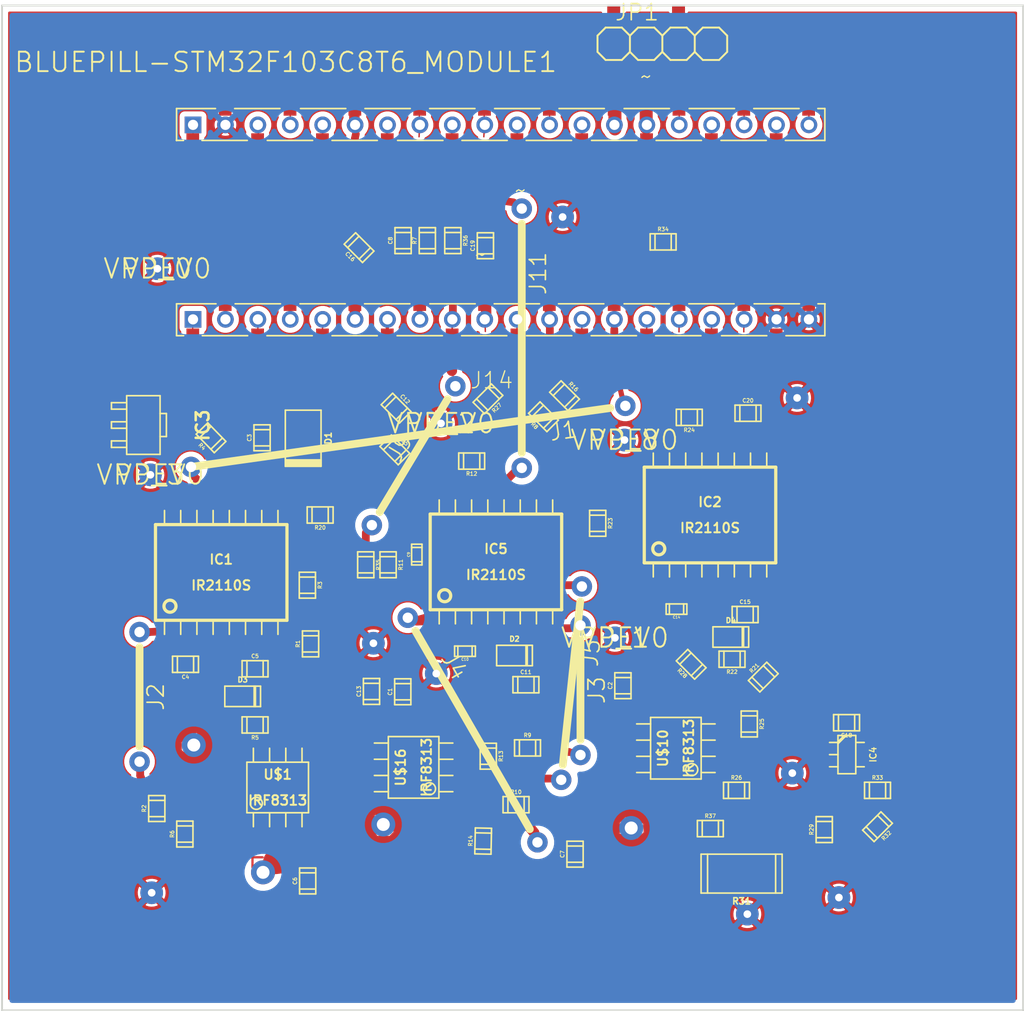
<source format=kicad_pcb>
(kicad_pcb (version 4) (host pcbnew 4.0.7-e2-6376~58~ubuntu16.04.1)
  (title_block (title "Single layer ESC32 experimental clone") (date 2016-02-25) (rev 0.2b) (company "Angel Genchev"))
  (layers (0 Top signal) (31 Bottom signal hide) (34 B.Paste user) (35 F.Paste user) (36 B.SilkS user) (37 F.SilkS user) (38 B.Mask user) (39 F.Mask user) (44 Edge.Cuts user))
  (net 0 "")
  (net 1 GND)
  (net 2 /N$34)
  (net 3 /N$35)
  (net 4 /N$36)
  (net 5 /N$37)
  (net 6 /N$25)
  (net 7 /BEMF_PHASE_A)
  (net 8 /BEMF_PHASE_B)
  (net 9 /BEMF_PHASE_C)
  (net 10 /SENSE_VIN)
  (net 11 /SENSE_CURRENT_PA5)
  (net 12 /N$38)
  (net 13 /A_LOW)
  (net 14 /B_LOW)
  (net 15 /C_LOW)
  (net 16 /N$39)
  (net 17 /N$40)
  (net 18 /N$41)
  (net 19 /VCC3.3V)
  (net 20 /N$43)
  (net 21 /N$44)
  (net 22 /N$45)
  (net 23 /N$46)
  (net 24 /N$47)
  (net 25 /N$30)
  (net 26 /N$31)
  (net 27 /N$48)
  (net 28 /N$49)
  (net 29 /N$50)
  (net 30 /N$51)
  (net 31 /N$52)
  (net 32 /N$53)
  (net 33 /A_HIGH)
  (net 34 /B_HIGH)
  (net 35 /C_HIGH)
  (net 36 /N$54)
  (net 37 /+5VSB)
  (net 38 /N$55)
  (net 39 /V_MOTOR)
  (net 40 /VDD_LOGIC_4.4V)
  (net 41 /HS_FL.SUP_C_)
  (net 42 /PHASE_C)
  (net 43 /TOT_CURRENT)
  (net 44 /HS_FL.SUP_B)
  (net 45 /PHASE_BJ)
  (net 46 /HS_FL.SUP_A)
  (net 47 /PHASE_A)
  (net 48 /~SHDN_C_)
  (net 49 /N$6)
  (net 50 /C_LOW_J1)
  (net 51 /N$4)
  (net 52 /~SHDN_A_)
  (net 53 /N$23)
  (net 54 /N$26)
  (net 55 /N$19)
  (net 56 /N$14)
  (net 57 /N$24)
  (net 58 /N$32)
  (net 59 /~SHDN_B)
  (net 60 /N$13)
  (net 61 /B_HIGH_J0)
  (net 62 /N$10)
  (net 63 /N$5)
  (net 64 /N$2)
  (net 65 /N$12)
  (net 66 /PHASE_B)
  (net 67 /N$27)
  (net 68 /N$1)
  (net 69 /N$3)
  (net 70 /N$8)
  (net 71 /N$7)
  (net 72 /N$9)
  (net 73 /N$11)
  (net 74 /N$17)
  (net 75 /N$20)
  (net 76 /N$18)
  (module HardWr_v.02b:MAPLEMINI_40-DIP-BLUE-PIL (layer Top) (at 105.7696 60.7891 90)
    (fp_text reference BLUEPILL-STM32F103C8T6_MODULE1 (at 12.5291 -15.5996 180) (layer F.SilkS))
    (fp_text value BLUEPILL hide)
    (pad P$1 thru_hole rect (at -7.62 -22.86 90) (size 1.30556 1.30556) (drill 0.79756) (layers *.Cu *.Paste *.Mask) (net 2 /N$34))
    (pad P$2 thru_hole circle (at -7.62 -20.32 90) (size 1.30556 1.30556) (drill 0.79756) (layers *.Cu *.Paste *.Mask) (net 3 /N$35))
    (pad P$3 thru_hole circle (at -7.62 -17.78 90) (size 1.30556 1.30556) (drill 0.79756) (layers *.Cu *.Paste *.Mask) (net 4 /N$36))
    (pad P$4 thru_hole circle (at -7.62 -15.24 90) (size 1.30556 1.30556) (drill 0.79756) (layers *.Cu *.Paste *.Mask) (net 5 /N$37))
    (pad P$5 thru_hole circle (at -7.62 -12.7 90) (size 1.30556 1.30556) (drill 0.79756) (layers *.Cu *.Paste *.Mask) (net 6 /N$25))
    (pad P$6 thru_hole circle (at -7.62 -10.16 90) (size 1.30556 1.30556) (drill 0.79756) (layers *.Cu *.Paste *.Mask) (net 7 /BEMF_PHASE_A))
    (pad P$7 thru_hole circle (at -7.62 -7.62 90) (size 1.30556 1.30556) (drill 0.79756) (layers *.Cu *.Paste *.Mask) (net 8 /BEMF_PHASE_B))
    (pad P$8 thru_hole circle (at -7.62 -5.08 90) (size 1.30556 1.30556) (drill 0.79756) (layers *.Cu *.Paste *.Mask) (net 9 /BEMF_PHASE_C))
    (pad P$9 thru_hole circle (at -7.62 -2.54 90) (size 1.30556 1.30556) (drill 0.79756) (layers *.Cu *.Paste *.Mask) (net 10 /SENSE_VIN))
    (pad P$10 thru_hole circle (at -7.62 0 90) (size 1.30556 1.30556) (drill 0.79756) (layers *.Cu *.Paste *.Mask) (net 11 /SENSE_CURRENT_PA5))
    (pad P$11 thru_hole circle (at -7.62 2.54 90) (size 1.30556 1.30556) (drill 0.79756) (layers *.Cu *.Paste *.Mask) (net 12 /N$38))
    (pad P$12 thru_hole circle (at -7.62 5.08 90) (size 1.30556 1.30556) (drill 0.79756) (layers *.Cu *.Paste *.Mask) (net 13 /A_LOW))
    (pad P$13 thru_hole circle (at -7.62 7.62 90) (size 1.30556 1.30556) (drill 0.79756) (layers *.Cu *.Paste *.Mask) (net 14 /B_LOW))
    (pad P$14 thru_hole circle (at -7.62 10.16 90) (size 1.30556 1.30556) (drill 0.79756) (layers *.Cu *.Paste *.Mask) (net 15 /C_LOW))
    (pad P$15 thru_hole circle (at -7.62 12.7 90) (size 1.30556 1.30556) (drill 0.79756) (layers *.Cu *.Paste *.Mask) (net 16 /N$39))
    (pad P$16 thru_hole circle (at -7.62 15.24 90) (size 1.30556 1.30556) (drill 0.79756) (layers *.Cu *.Paste *.Mask) (net 17 /N$40))
    (pad P$17 thru_hole circle (at -7.62 17.78 90) (size 1.30556 1.30556) (drill 0.79756) (layers *.Cu *.Paste *.Mask) (net 18 /N$41))
    (pad P$18 thru_hole circle (at -7.62 20.32 90) (size 1.30556 1.30556) (drill 0.79756) (layers *.Cu *.Paste *.Mask) (net 19 /VCC3.3V))
    (pad P$19 thru_hole circle (at -7.62 22.86 90) (size 1.30556 1.30556) (drill 0.79756) (layers *.Cu *.Paste *.Mask) (net 1 GND))
    (pad P$20 thru_hole circle (at -7.62 25.4 90) (size 1.30556 1.30556) (drill 0.79756) (layers *.Cu *.Paste *.Mask) (net 1 GND))
    (pad P$21 thru_hole circle (at 7.62 25.4 90) (size 1.30556 1.30556) (drill 0.79756) (layers *.Cu *.Paste *.Mask) (net 20 /N$43))
    (pad P$22 thru_hole circle (at 7.62 22.86 90) (size 1.30556 1.30556) (drill 0.79756) (layers *.Cu *.Paste *.Mask) (net 21 /N$44))
    (pad P$23 thru_hole circle (at 7.62 20.32 90) (size 1.30556 1.30556) (drill 0.79756) (layers *.Cu *.Paste *.Mask) (net 22 /N$45))
    (pad P$24 thru_hole circle (at 7.62 17.78 90) (size 1.30556 1.30556) (drill 0.79756) (layers *.Cu *.Paste *.Mask) (net 23 /N$46))
    (pad P$25 thru_hole circle (at 7.62 15.24 90) (size 1.30556 1.30556) (drill 0.79756) (layers *.Cu *.Paste *.Mask) (net 24 /N$47))
    (pad P$26 thru_hole circle (at 7.62 12.7 90) (size 1.30556 1.30556) (drill 0.79756) (layers *.Cu *.Paste *.Mask) (net 25 /N$30))
    (pad P$27 thru_hole circle (at 7.62 10.16 90) (size 1.30556 1.30556) (drill 0.79756) (layers *.Cu *.Paste *.Mask) (net 26 /N$31))
    (pad P$28 thru_hole circle (at 7.62 7.62 90) (size 1.30556 1.30556) (drill 0.79756) (layers *.Cu *.Paste *.Mask) (net 27 /N$48))
    (pad P$29 thru_hole circle (at 7.62 5.08 90) (size 1.30556 1.30556) (drill 0.79756) (layers *.Cu *.Paste *.Mask) (net 28 /N$49))
    (pad P$30 thru_hole circle (at 7.62 2.54 90) (size 1.30556 1.30556) (drill 0.79756) (layers *.Cu *.Paste *.Mask) (net 29 /N$50))
    (pad P$31 thru_hole circle (at 7.62 0 90) (size 1.30556 1.30556) (drill 0.79756) (layers *.Cu *.Paste *.Mask) (net 30 /N$51))
    (pad P$32 thru_hole circle (at 7.62 -2.54 90) (size 1.30556 1.30556) (drill 0.79756) (layers *.Cu *.Paste *.Mask) (net 31 /N$52))
    (pad P$33 thru_hole circle (at 7.62 -5.08 90) (size 1.30556 1.30556) (drill 0.79756) (layers *.Cu *.Paste *.Mask) (net 32 /N$53))
    (pad P$34 thru_hole circle (at 7.62 -7.62 90) (size 1.30556 1.30556) (drill 0.79756) (layers *.Cu *.Paste *.Mask) (net 33 /A_HIGH))
    (pad P$35 thru_hole circle (at 7.62 -10.16 90) (size 1.30556 1.30556) (drill 0.79756) (layers *.Cu *.Paste *.Mask) (net 34 /B_HIGH))
    (pad P$36 thru_hole circle (at 7.62 -12.7 90) (size 1.30556 1.30556) (drill 0.79756) (layers *.Cu *.Paste *.Mask) (net 35 /C_HIGH))
    (pad P$37 thru_hole circle (at 7.62 -15.24 90) (size 1.30556 1.30556) (drill 0.79756) (layers *.Cu *.Paste *.Mask) (net 36 /N$54))
    (pad P$38 thru_hole circle (at 7.62 -17.78 90) (size 1.30556 1.30556) (drill 0.79756) (layers *.Cu *.Paste *.Mask) (net 37 /+5VSB))
    (pad P$39 thru_hole circle (at 7.62 -20.32 90) (size 1.30556 1.30556) (drill 0.79756) (layers *.Cu *.Paste *.Mask) (net 1 GND))
    (pad P$40 thru_hole rect (at 7.62 -22.86 90) (size 1.30556 1.30556) (drill 0.79756) (layers *.Cu *.Paste *.Mask) (net 38 /N$55))
  )
  (module w_smd_diode:do214ac (layer Top) (at 91.5416 77.724 270)
    (fp_text reference D1 (at 0 -1.9685 270) (layer F.SilkS) (effects (font (size 0.50038 0.50038) (thickness 0.11938))))
    (fp_text value "1N4007 SMA" hide)
    (pad 2 smd rect (at 1.72974 0 270) (size 2.10058 1.69926) (layers Top F.Paste F.Mask) (net 40 /VDD_LOGIC_4.4V))
    (pad 1 smd rect (at -1.72974 0 270) (size 2.10058 1.69926) (layers Top F.Paste F.Mask) (net 37 /+5VSB))
  )
  (module HardWr_v.02b:GELE_V04_J35MM (layer Top) (at 97.9196 77.8391 188)
    (fp_text reference J1 (at -13.97 -1.27 188) (layer F.SilkS) (effects (font (size 1.27 1.27) (thickness 0.127))))
    (fp_text value J35MM (at 1.27 -0.00762 188) (layer F.SilkS) (effects (font (size 0.01778 0.01778) (thickness 0.000001))))
    (pad 1 thru_hole circle (at -19.05 0 188) (size 1.6002 3.2004) (drill 0.8128) (layers *.Cu *.Paste *.Mask) (net 15 /C_LOW))
    (pad 2 thru_hole circle (at 15.31874 0 188) (size 1.6002 3.2004) (drill 0.8128) (layers *.Cu *.Paste *.Mask) (net 50 /C_LOW_J1))
  )
  (module HardWr_v.02b:JUMPER_10 (layer Top) (at 78.7196 97.9891 270)
    (fp_text reference J2 (at 0 -1.27 270) (layer F.SilkS) (effects (font (size 1.27 1.27) (thickness 0.127))))
    (fp_text value J10MM (at 5.05968 -0.00762 270) (layer F.SilkS) (effects (font (size 0.01778 0.01778) (thickness 0.000001))))
    (pad 1 thru_hole circle (at -5.08 0 270) (size 1.6002 3.2004) (drill 0.8128) (layers *.Cu *.Paste *.Mask) (net 49 /N$6))
    (pad 2 thru_hole circle (at 5.08 0 270) (size 1.6002 3.2004) (drill 0.8128) (layers *.Cu *.Paste *.Mask) (net 63 /N$5))
  )
  (module HardWr_v.02b:JUMPER_10 (layer Top) (at 113.2696 97.4641 270)
    (fp_text reference J3 (at 0 -1.27 270) (layer F.SilkS) (effects (font (size 1.27 1.27) (thickness 0.127))))
    (fp_text value J10MM (at 5.05968 -0.00762 270) (layer F.SilkS) (effects (font (size 0.01778 0.01778) (thickness 0.000001))))
    (pad 1 thru_hole circle (at -5.08 0 270) (size 1.6002 3.2004) (drill 0.8128) (layers *.Cu *.Paste *.Mask) (net 62 /N$10))
    (pad 2 thru_hole circle (at 5.08 0 270) (size 1.6002 3.2004) (drill 0.8128) (layers *.Cu *.Paste *.Mask) (net 64 /N$2))
  )
  (module HardWr_v.02b:JUMPER_20 (layer Top) (at 104.8196 100.5891 300)
    (fp_text reference J4 (at -5.08 -1.27 300) (layer F.SilkS) (effects (font (size 1.27 1.27) (thickness 0.127))))
    (fp_text value J20MM (at 10.16 -0.00762 300) (layer F.SilkS) (effects (font (size 0.01778 0.01778) (thickness 0.000001))))
    (pad 1 thru_hole circle (at -10.16 0 300) (size 1.6002 3.2004) (drill 0.8128) (layers *.Cu *.Paste *.Mask) (net 60 /N$13))
    (pad 2 thru_hole circle (at 10.16 0 300) (size 1.6002 3.2004) (drill 0.8128) (layers *.Cu *.Paste *.Mask) (net 65 /N$12))
  )
  (module HardWr_v.02b:JUMPER_15 (layer Top) (at 112.5696 96.9141 263.9)
    (fp_text reference J5 (at -2.54 -1.27 263.9) (layer F.SilkS) (effects (font (size 1.27 1.27) (thickness 0.127))))
    (fp_text value J15MM (at 7.6581 -0.00762 263.9) (layer F.SilkS) (effects (font (size 0.01778 0.01778) (thickness 0.000001))))
    (pad 1 thru_hole circle (at -7.62 0 263.9) (size 1.6002 3.2004) (drill 0.8128) (layers *.Cu *.Paste *.Mask) (net 45 /PHASE_BJ))
    (pad 2 thru_hole circle (at 7.62 0 263.9) (size 1.6002 3.2004) (drill 0.8128) (layers *.Cu *.Paste *.Mask) (net 66 /PHASE_B))
  )
  (module HardWr_v.02b:JUMPER_12 (layer Top) (at 100.1946 79.0891 59)
    (fp_text reference J9 (at 0 -1.27 59) (layer F.SilkS) (effects (font (size 1.27 1.27) (thickness 0.127))))
    (fp_text value J12MM (at 6.35762 -0.00762 59) (layer F.SilkS) (effects (font (size 0.01778 0.01778) (thickness 0.000001))))
    (pad 1 thru_hole circle (at -6.35 0 59) (size 1.6002 3.2004) (drill 0.8128) (layers *.Cu *.Paste *.Mask) (net 67 /N$27))
    (pad 2 thru_hole circle (at 6.35 0 59) (size 1.6002 3.2004) (drill 0.8128) (layers *.Cu *.Paste *.Mask) (net 10 /SENSE_VIN))
  )
  (module HardWr_v.02b:JUMPER_20 (layer Top) (at 108.6696 69.8891 270)
    (fp_text reference J11 (at -5.08 -1.27 270) (layer F.SilkS) (effects (font (size 1.27 1.27) (thickness 0.127))))
    (fp_text value J20MM (at 10.16 -0.00762 270) (layer F.SilkS) (effects (font (size 0.01778 0.01778) (thickness 0.000001))))
    (pad 1 thru_hole circle (at -10.16 0 270) (size 1.6002 3.2004) (drill 0.8128) (layers *.Cu *.Paste *.Mask) (net 34 /B_HIGH))
    (pad 2 thru_hole circle (at 10.16 0 270) (size 1.6002 3.2004) (drill 0.8128) (layers *.Cu *.Paste *.Mask) (net 61 /B_HIGH_J0))
  )
  (module HardWr_v.02b:GELE_V05_CON-20PIN-SMD-MANUALLY-BENT-FROM-NON-SMD (layer Top) (at 107.0196 68.4391 180)
    (fp_text reference J14 (at 0.70612 -4.74726 180) (layer F.SilkS) (effects (font (size 1.27 1.27) (thickness 0.1016))))
    (fp_text value ~ (at 1.55956 5.1435 180) (layer F.SilkS) (effects (font (size 1.27 1.27) (thickness 0.1016))))
    (pad 1 smd rect (at 24.12746 -2.18948 180) (size 0.99822 2.99974) (layers Top F.Paste F.Mask) (net 2 /N$34))
    (pad 2 smd rect (at 21.58746 2.18948 180) (size 0.99822 2.99974) (layers Top F.Paste F.Mask) (net 3 /N$35))
    (pad 3 smd rect (at 19.04746 -2.18948 180) (size 0.99822 2.99974) (layers Top F.Paste F.Mask) (net 4 /N$36))
    (pad 4 smd rect (at 16.50746 2.18948 180) (size 0.99822 2.99974) (layers Top F.Paste F.Mask) (net 5 /N$37))
    (pad 5 smd rect (at 13.96746 -2.18948 180) (size 0.99822 2.99974) (layers Top F.Paste F.Mask) (net 6 /N$25))
    (pad 6 smd rect (at 11.42746 2.18948 180) (size 0.99822 2.99974) (layers Top F.Paste F.Mask) (net 7 /BEMF_PHASE_A))
    (pad 7 smd rect (at 8.88746 -2.18948 180) (size 0.99822 2.99974) (layers Top F.Paste F.Mask) (net 8 /BEMF_PHASE_B))
    (pad 8 smd rect (at 6.34746 2.18948 180) (size 0.99822 2.99974) (layers Top F.Paste F.Mask) (net 9 /BEMF_PHASE_C))
    (pad 9 smd rect (at 3.80746 -2.18948 180) (size 0.99822 2.99974) (layers Top F.Paste F.Mask) (net 10 /SENSE_VIN))
    (pad 10 smd rect (at 1.26746 2.18948 180) (size 0.99822 2.99974) (layers Top F.Paste F.Mask) (net 11 /SENSE_CURRENT_PA5))
    (pad 11 smd rect (at -1.27 -2.18948 180) (size 0.99822 2.99974) (layers Top F.Paste F.Mask) (net 12 /N$38))
    (pad 12 smd rect (at -3.81 2.18948 180) (size 0.99822 2.99974) (layers Top F.Paste F.Mask) (net 13 /A_LOW))
    (pad 13 smd rect (at -6.35 -2.18948 180) (size 0.99822 2.99974) (layers Top F.Paste F.Mask) (net 14 /B_LOW))
    (pad 14 smd rect (at -8.89 2.18948 180) (size 0.99822 2.99974) (layers Top F.Paste F.Mask) (net 15 /C_LOW))
    (pad 15 smd rect (at -11.43 -2.18948 180) (size 0.99822 2.99974) (layers Top F.Paste F.Mask) (net 16 /N$39))
    (pad 16 smd rect (at -13.97 2.18948 180) (size 0.99822 2.99974) (layers Top F.Paste F.Mask) (net 17 /N$40))
    (pad 17 smd rect (at -16.51 -2.18948 180) (size 0.99822 2.99974) (layers Top F.Paste F.Mask) (net 18 /N$41))
    (pad 18 smd rect (at -19.05 2.18948 180) (size 0.99822 2.99974) (layers Top F.Paste F.Mask) (net 19 /VCC3.3V))
    (pad 19 smd rect (at -21.59 -2.18948 180) (size 0.99822 2.99974) (layers Top F.Paste F.Mask) (net 1 GND))
    (pad 20 smd rect (at -24.13 2.18948 180) (size 0.99822 2.99974) (layers Top F.Paste F.Mask) (net 1 GND))
  )
  (module HardWr_v.02b:GELE_V05_CON-20PIN-SMD-MANUALLY-BENT-FROM-NON-SMD (layer Top) (at 107.0196 53.1391)
    (fp_text reference J15 hide)
    (fp_text value ~ (at 1.55956 5.1435) (layer F.SilkS) (effects (font (size 1.27 1.27) (thickness 0.1016))))
    (pad 1 smd rect (at 24.12746 -2.18948) (size 0.99822 2.99974) (layers Top F.Paste F.Mask) (net 20 /N$43))
    (pad 2 smd rect (at 21.58746 2.18948) (size 0.99822 2.99974) (layers Top F.Paste F.Mask) (net 21 /N$44))
    (pad 3 smd rect (at 19.04746 -2.18948) (size 0.99822 2.99974) (layers Top F.Paste F.Mask) (net 22 /N$45))
    (pad 4 smd rect (at 16.50746 2.18948) (size 0.99822 2.99974) (layers Top F.Paste F.Mask) (net 23 /N$46))
    (pad 5 smd rect (at 13.96746 -2.18948) (size 0.99822 2.99974) (layers Top F.Paste F.Mask) (net 24 /N$47))
    (pad 6 smd rect (at 11.42746 2.18948) (size 0.99822 2.99974) (layers Top F.Paste F.Mask) (net 25 /N$30))
    (pad 7 smd rect (at 8.88746 -2.18948) (size 0.99822 2.99974) (layers Top F.Paste F.Mask) (net 26 /N$31))
    (pad 8 smd rect (at 6.34746 2.18948) (size 0.99822 2.99974) (layers Top F.Paste F.Mask) (net 27 /N$48))
    (pad 9 smd rect (at 3.80746 -2.18948) (size 0.99822 2.99974) (layers Top F.Paste F.Mask) (net 28 /N$49))
    (pad 10 smd rect (at 1.26746 2.18948) (size 0.99822 2.99974) (layers Top F.Paste F.Mask) (net 29 /N$50))
    (pad 11 smd rect (at -1.27 -2.18948) (size 0.99822 2.99974) (layers Top F.Paste F.Mask) (net 30 /N$51))
    (pad 12 smd rect (at -3.81 2.18948) (size 0.99822 2.99974) (layers Top F.Paste F.Mask) (net 31 /N$52))
    (pad 13 smd rect (at -6.35 -2.18948) (size 0.99822 2.99974) (layers Top F.Paste F.Mask) (net 32 /N$53))
    (pad 14 smd rect (at -8.89 2.18948) (size 0.99822 2.99974) (layers Top F.Paste F.Mask) (net 33 /A_HIGH))
    (pad 15 smd rect (at -11.43 -2.18948) (size 0.99822 2.99974) (layers Top F.Paste F.Mask) (net 34 /B_HIGH))
    (pad 16 smd rect (at -13.97 2.18948) (size 0.99822 2.99974) (layers Top F.Paste F.Mask) (net 35 /C_HIGH))
    (pad 17 smd rect (at -16.51 -2.18948) (size 0.99822 2.99974) (layers Top F.Paste F.Mask) (net 36 /N$54))
    (pad 18 smd rect (at -19.05 2.18948) (size 0.99822 2.99974) (layers Top F.Paste F.Mask) (net 37 /+5VSB))
    (pad 19 smd rect (at -21.59 -2.18948) (size 0.99822 2.99974) (layers Top F.Paste F.Mask) (net 1 GND))
    (pad 20 smd rect (at -24.13 2.18948) (size 0.99822 2.99974) (layers Top F.Paste F.Mask) (net 38 /N$55))
  )
  (module HardWr_v.02b:PINHEAD-2_1X04SMD (layer Top) (at 117.1446 46.8141)
    (fp_text reference JP1 (at 0.5588 -2.4638) (layer F.SilkS) (effects (font (size 1.27 1.27) (thickness 0.127))))
    (fp_text value ~ (at 1.27 2.54) (layer F.SilkS) (effects (font (size 1.27 1.27) (thickness 0.1016))))
    (pad 1 smd rect (at -1.27 -1.26746 270) (size 3.302 1.016) (layers Top F.Paste F.Mask) (net 26 /N$31))
    (pad 2 smd rect (at 1.26746 1.27 90) (size 3.302 1.016) (layers Top F.Paste F.Mask) (net 25 /N$30))
    (pad 3 smd rect (at 3.80746 -1.26746 270) (size 3.302 1.016) (layers Top F.Paste F.Mask) (net 1 GND))
    (pad 4 smd rect (at 6.34746 1.27 90) (size 3.302 1.016) (layers Top F.Paste F.Mask) (net 24 /N$47))
  )
  (module HardWr_v.02b:STEVEMARPLE_PAD (layer Top) (at 82.9696 101.7641 90)
    (fp_text reference PHASE_A42 hide)
    (fp_text value PHASE_A hide)
    (pad 1 thru_hole circle (at 0 0 90) (size 1.8796 1.8796) (drill 1.016) (layers *.Cu *.Paste *.Mask) (net 42 /PHASE_C))
  )
  (module HardWr_v.02b:STEVEMARPLE_PAD (layer Top) (at 97.8196 107.9891 270)
    (fp_text reference PHASE_B42 hide)
    (fp_text value PHASE_B hide)
    (pad 1 thru_hole circle (at 0 0 270) (size 1.8796 1.8796) (drill 1.016) (layers *.Cu *.Paste *.Mask) (net 66 /PHASE_B))
  )
  (module HardWr_v.02b:STEVEMARPLE_PAD (layer Top) (at 117.2446 108.2641)
    (fp_text reference PHASE_C42 hide)
    (fp_text value PHASE_C hide)
    (pad 1 thru_hole circle (at 0 0) (size 1.8796 1.8796) (drill 1.016) (layers *.Cu *.Paste *.Mask) (net 47 /PHASE_A))
  )
  (module HardWr_v.02b:VPAD_VPAC0 (layer Top) (at 80.1196 64.4391)
    (fp_text reference VP_0 (at 0 0) (layer F.SilkS))
    (fp_text value VPDEV0 (at 0 0) (layer F.SilkS))
    (pad VP thru_hole circle (at 0 0) (size 1.778 3.556) (drill 0.59944) (layers *.Cu *.Paste *.Mask) (net 1 GND))
  )
  (module HardWr_v.02b:VPAD_VPAC0 (layer Top) (at 115.9696 93.3641)
    (fp_text reference VP_1 (at 0 0) (layer F.SilkS))
    (fp_text value VPDEV0 (at 0 0) (layer F.SilkS))
    (pad VP thru_hole circle (at 0 0) (size 1.778 3.556) (drill 0.59944) (layers *.Cu *.Paste *.Mask) (net 1 GND))
  )
  (module HardWr_v.02b:VPAD_VPAC0 (layer Top) (at 102.3446 76.5641)
    (fp_text reference VP_2 (at 0 0) (layer F.SilkS))
    (fp_text value VPDEV0 (at 0 0) (layer F.SilkS))
    (pad VP thru_hole circle (at 0 0) (size 1.778 3.556) (drill 0.59944) (layers *.Cu *.Paste *.Mask) (net 1 GND))
  )
  (module HardWr_v.02b:VPAD_VPAC0 (layer Top) (at 79.5696 80.5891)
    (fp_text reference VP_3 (at 0 0) (layer F.SilkS))
    (fp_text value VPDEV0 (at 0 0) (layer F.SilkS))
    (pad VP thru_hole circle (at 0 0) (size 1.778 3.556) (drill 0.59944) (layers *.Cu *.Paste *.Mask) (net 1 GND))
  )
  (module HardWr_v.02b:VPAD_VPAC0 (layer Top) (at 101.9696 96.1641)
    (fp_text reference VP_4 hide)
    (fp_text value VPDEV0 hide)
    (pad VP thru_hole circle (at 0 0) (size 1.778 3.556) (drill 0.59944) (layers *.Cu *.Paste *.Mask) (net 1 GND))
  )
  (module HardWr_v.02b:VPAD_VPAC0 (layer Top) (at 126.3446 115.0141)
    (fp_text reference VP_5 hide)
    (fp_text value VPDEV0 hide)
    (pad VP thru_hole circle (at 0 0) (size 1.778 3.556) (drill 0.59944) (layers *.Cu *.Paste *.Mask) (net 1 GND))
  )
  (module HardWr_v.02b:VPAD_VPAC0 (layer Top) (at 133.5196 113.7141)
    (fp_text reference VP_6 hide)
    (fp_text value VPDEV0 hide)
    (pad VP thru_hole circle (at 0 0) (size 1.778 3.556) (drill 0.59944) (layers *.Cu *.Paste *.Mask) (net 1 GND))
  )
  (module HardWr_v.02b:VPAD_VPAC0 (layer Top) (at 130.2446 74.5641)
    (fp_text reference VP_7 hide)
    (fp_text value VPDEV0 hide)
    (pad VP thru_hole circle (at 0 0) (size 1.778 3.556) (drill 0.59944) (layers *.Cu *.Paste *.Mask) (net 1 GND))
  )
  (module HardWr_v.02b:VPAD_VPAC0 (layer Top) (at 116.7196 77.8641)
    (fp_text reference VP_8 (at 0 0) (layer F.SilkS))
    (fp_text value VPDEV0 (at 0 0) (layer F.SilkS))
    (pad VP thru_hole circle (at 0 0) (size 1.778 3.556) (drill 0.59944) (layers *.Cu *.Paste *.Mask) (net 1 GND))
  )
  (module HardWr_v.02b:VPAD_VPAC0 (layer Top) (at 111.8696 60.3891)
    (fp_text reference VP_9 hide)
    (fp_text value VPDEV0 hide)
    (pad VP thru_hole circle (at 0 0) (size 1.778 3.556) (drill 0.59944) (layers *.Cu *.Paste *.Mask) (net 1 GND))
  )
  (module HardWr_v.02b:VPAD_VPAC0 (layer Top) (at 79.6696 113.3391)
    (fp_text reference VP_10 hide)
    (fp_text value VPDEV0 hide)
    (pad VP thru_hole circle (at 0 0) (size 1.778 3.556) (drill 0.59944) (layers *.Cu *.Paste *.Mask) (net 1 GND))
  )
  (module HardWr_v.02b:VPAD_VPAC0 (layer Top) (at 97.0446 93.7891)
    (fp_text reference VP_11 hide)
    (fp_text value VPDEV0 hide)
    (pad VP thru_hole circle (at 0 0) (size 1.778 3.556) (drill 0.59944) (layers *.Cu *.Paste *.Mask) (net 1 GND))
  )
  (module HardWr_v.02b:VPAD_VPAC0 (layer Top) (at 129.8696 103.9641)
    (fp_text reference VP_12 hide)
    (fp_text value VPDEV0 hide)
    (pad VP thru_hole circle (at 0 0) (size 1.778 3.556) (drill 0.59944) (layers *.Cu *.Paste *.Mask) (net 1 GND))
  )
  (module HardWr_v.02b:STEVEMARPLE_PAD (layer Top) (at 88.3946 111.7391)
    (fp_text reference V_MOTOR42 hide)
    (fp_text value V_MOTOR hide)
    (pad 1 thru_hole circle (at 0 0) (size 1.8796 1.8796) (drill 1.016) (layers *.Cu *.Paste *.Mask) (net 39 /V_MOTOR))
  )
  (module w_smd_dil:soic-16 (layer Top) (at 85.1196 88.2391)
    (fp_text reference IC1 (at 0 -1.016) (layer F.SilkS) (effects (font (size 0.7493 0.7493) (thickness 0.14986))))
    (fp_text value IR2110S (at 0 1.016) (layer F.SilkS) (effects (font (size 0.7493 0.7493) (thickness 0.14986))))
    (pad 1 smd rect (at -4.445 4.81076) (size 0.55118 1.43002) (layers Top F.Paste F.Mask) (net 49 /N$6))
    (pad 2 smd rect (at -3.175 4.81076) (size 0.55118 1.43002) (layers Top F.Paste F.Mask) (net 1 GND))
    (pad 3 smd rect (at -1.905 4.81076) (size 0.55118 1.43002) (layers Top F.Paste F.Mask) (net 39 /V_MOTOR))
    (pad 4 smd rect (at -0.635 4.81076) (size 0.55118 1.43002) (layers Top F.Paste F.Mask))
    (pad 5 smd rect (at 0.635 4.81076) (size 0.55118 1.43002) (layers Top F.Paste F.Mask))
    (pad 6 smd rect (at 1.905 4.81076) (size 0.55118 1.43002) (layers Top F.Paste F.Mask) (net 42 /PHASE_C))
    (pad 7 smd rect (at 3.175 4.81076) (size 0.55118 1.43002) (layers Top F.Paste F.Mask) (net 41 /HS_FL.SUP_C_))
    (pad 8 smd rect (at 4.445 4.81076) (size 0.55118 1.43002) (layers Top F.Paste F.Mask) (net 51 /N$4))
    (pad 9 smd rect (at 4.445 -4.81076) (size 0.55118 1.43002) (layers Top F.Paste F.Mask))
    (pad 10 smd rect (at 3.175 -4.81076) (size 0.55118 1.43002) (layers Top F.Paste F.Mask))
    (pad 11 smd rect (at 1.905 -4.81076) (size 0.55118 1.43002) (layers Top F.Paste F.Mask) (net 40 /VDD_LOGIC_4.4V))
    (pad 12 smd rect (at 0.635 -4.81076) (size 0.55118 1.43002) (layers Top F.Paste F.Mask) (net 35 /C_HIGH))
    (pad 13 smd rect (at -0.635 -4.81076) (size 0.55118 1.43002) (layers Top F.Paste F.Mask) (net 48 /~SHDN_C_))
    (pad 14 smd rect (at -1.905 -4.81076) (size 0.55118 1.43002) (layers Top F.Paste F.Mask) (net 50 /C_LOW_J1))
    (pad 15 smd rect (at -3.175 -4.81076) (size 0.55118 1.43002) (layers Top F.Paste F.Mask) (net 1 GND))
    (pad 16 smd rect (at -4.445 -4.81076) (size 0.55118 1.43002) (layers Top F.Paste F.Mask))
  )
  (module w_smd_cap:c_0805 (layer Top) (at 99.3446 97.5891 90)
    (fp_text reference C1 (at 0 -0.9906 90) (layer F.SilkS) (effects (font (size 0.29972 0.29972) (thickness 0.06096))))
    (fp_text value 10uF/25v hide)
    (pad 1 smd rect (at 0.9525 0 90) (size 1.30048 1.4986) (layers Top F.Paste F.Mask) (net 1 GND))
    (pad 2 smd rect (at -0.9525 0 90) (size 1.30048 1.4986) (layers Top F.Paste F.Mask) (net 39 /V_MOTOR))
  )
  (module w_smd_cap:c_0805 (layer Top) (at 116.5946 97.1141 90)
    (fp_text reference C2 (at 0 -0.9906 90) (layer F.SilkS) (effects (font (size 0.29972 0.29972) (thickness 0.06096))))
    (fp_text value 10uF/25v hide)
    (pad 1 smd rect (at 0.9525 0 90) (size 1.30048 1.4986) (layers Top F.Paste F.Mask) (net 1 GND))
    (pad 2 smd rect (at -0.9525 0 90) (size 1.30048 1.4986) (layers Top F.Paste F.Mask) (net 39 /V_MOTOR))
  )
  (module w_smd_cap:c_0805 (layer Top) (at 88.3196 77.6891 90)
    (fp_text reference C3 (at 0 -0.9906 90) (layer F.SilkS) (effects (font (size 0.29972 0.29972) (thickness 0.06096))))
    (fp_text value 100n hide)
    (pad 1 smd rect (at 0.9525 0 90) (size 1.30048 1.4986) (layers Top F.Paste F.Mask) (net 1 GND))
    (pad 2 smd rect (at -0.9525 0 90) (size 1.30048 1.4986) (layers Top F.Paste F.Mask) (net 40 /VDD_LOGIC_4.4V))
  )
  (module w_smd_cap:c_0805 (layer Top) (at 82.3196 95.4391 180)
    (fp_text reference C4 (at 0 -0.9906 180) (layer F.SilkS) (effects (font (size 0.29972 0.29972) (thickness 0.06096))))
    (fp_text value 100n hide)
    (pad 1 smd rect (at 0.9525 0 180) (size 1.30048 1.4986) (layers Top F.Paste F.Mask) (net 1 GND))
    (pad 2 smd rect (at -0.9525 0 180) (size 1.30048 1.4986) (layers Top F.Paste F.Mask) (net 39 /V_MOTOR))
  )
  (module w_smd_cap:c_0805 (layer Top) (at 87.7696 95.7891)
    (fp_text reference C5 (at 0 -0.9906) (layer F.SilkS) (effects (font (size 0.29972 0.29972) (thickness 0.06096))))
    (fp_text value 4.7uF/25v hide)
    (pad 1 smd rect (at 0.9525 0) (size 1.30048 1.4986) (layers Top F.Paste F.Mask) (net 41 /HS_FL.SUP_C_))
    (pad 2 smd rect (at -0.9525 0) (size 1.30048 1.4986) (layers Top F.Paste F.Mask) (net 42 /PHASE_C))
  )
  (module w_smd_cap:c_0805 (layer Top) (at 91.8946 112.4141 90)
    (fp_text reference C6 (at 0 -0.9906 90) (layer F.SilkS) (effects (font (size 0.29972 0.29972) (thickness 0.06096))))
    (fp_text value 10uF/25v hide)
    (pad 1 smd rect (at 0.9525 0 90) (size 1.30048 1.4986) (layers Top F.Paste F.Mask) (net 39 /V_MOTOR))
    (pad 2 smd rect (at -0.9525 0 90) (size 1.30048 1.4986) (layers Top F.Paste F.Mask) (net 43 /TOT_CURRENT))
  )
  (module w_smd_cap:c_0805 (layer Top) (at 112.8446 110.3141 90)
    (fp_text reference C7 (at 0 -0.9906 90) (layer F.SilkS) (effects (font (size 0.29972 0.29972) (thickness 0.06096))))
    (fp_text value 10uF/25v hide)
    (pad 1 smd rect (at 0.9525 0 90) (size 1.30048 1.4986) (layers Top F.Paste F.Mask) (net 39 /V_MOTOR))
    (pad 2 smd rect (at -0.9525 0 90) (size 1.30048 1.4986) (layers Top F.Paste F.Mask) (net 43 /TOT_CURRENT))
  )
  (module w_smd_cap:c_0805 (layer Top) (at 99.3696 62.2391 90)
    (fp_text reference C8 (at 0 -0.9906 90) (layer F.SilkS) (effects (font (size 0.29972 0.29972) (thickness 0.06096))))
    (fp_text value 10nF hide)
    (pad 1 smd rect (at 0.9525 0 90) (size 1.30048 1.4986) (layers Top F.Paste F.Mask) (net 1 GND))
    (pad 2 smd rect (at -0.9525 0 90) (size 1.30048 1.4986) (layers Top F.Paste F.Mask) (net 9 /BEMF_PHASE_C))
  )
  (module w_smd_cap:c_0603 (layer Top) (at 100.4446 86.8391 90)
    (fp_text reference C9 (at 0 -0.635 90) (layer F.SilkS) (effects (font (size 0.20066 0.20066) (thickness 0.04064))))
    (fp_text value 100n hide)
    (pad 1 smd rect (at 0.75184 0 90) (size 0.89916 1.00076) (layers Top F.Paste F.Mask) (net 1 GND))
    (pad 2 smd rect (at -0.75184 0 90) (size 0.89916 1.00076) (layers Top F.Paste F.Mask) (net 40 /VDD_LOGIC_4.4V))
  )
  (module w_smd_cap:c_0603 (layer Top) (at 104.2196 94.4141 180)
    (fp_text reference C10 (at 0 -0.635 180) (layer F.SilkS) (effects (font (size 0.20066 0.20066) (thickness 0.04064))))
    (fp_text value 100n hide)
    (pad 1 smd rect (at 0.75184 0 180) (size 0.89916 1.00076) (layers Top F.Paste F.Mask) (net 1 GND))
    (pad 2 smd rect (at -0.75184 0 180) (size 0.89916 1.00076) (layers Top F.Paste F.Mask) (net 39 /V_MOTOR))
  )
  (module w_smd_cap:c_0805 (layer Top) (at 108.9946 97.0391)
    (fp_text reference C11 (at 0 -0.9906) (layer F.SilkS) (effects (font (size 0.29972 0.29972) (thickness 0.06096))))
    (fp_text value 4.7uF/25v hide)
    (pad 1 smd rect (at 0.9525 0) (size 1.30048 1.4986) (layers Top F.Paste F.Mask) (net 44 /HS_FL.SUP_B))
    (pad 2 smd rect (at -0.9525 0) (size 1.30048 1.4986) (layers Top F.Paste F.Mask) (net 45 /PHASE_BJ))
  )
  (module w_smd_cap:c_0805 (layer Top) (at 98.8196 75.3641 315)
    (fp_text reference C12 (at 0 -0.9906 315) (layer F.SilkS) (effects (font (size 0.29972 0.29972) (thickness 0.06096))))
    (fp_text value 10nF hide)
    (pad 1 smd rect (at 0.9525 0 315) (size 1.30048 1.4986) (layers Top F.Paste F.Mask) (net 1 GND))
    (pad 2 smd rect (at -0.9525 0 315) (size 1.30048 1.4986) (layers Top F.Paste F.Mask) (net 8 /BEMF_PHASE_B))
  )
  (module w_smd_cap:c_0805 (layer Top) (at 96.8946 97.5641 90)
    (fp_text reference C13 (at 0 -0.9906 90) (layer F.SilkS) (effects (font (size 0.29972 0.29972) (thickness 0.06096))))
    (fp_text value 10uF/25v hide)
    (pad 1 smd rect (at 0.9525 0 90) (size 1.30048 1.4986) (layers Top F.Paste F.Mask) (net 1 GND))
    (pad 2 smd rect (at -0.9525 0 90) (size 1.30048 1.4986) (layers Top F.Paste F.Mask) (net 39 /V_MOTOR))
  )
  (module w_smd_cap:c_0603 (layer Top) (at 120.7946 91.1141 180)
    (fp_text reference C14 (at 0 -0.635 180) (layer F.SilkS) (effects (font (size 0.20066 0.20066) (thickness 0.04064))))
    (fp_text value 100n hide)
    (pad 1 smd rect (at 0.75184 0 180) (size 0.89916 1.00076) (layers Top F.Paste F.Mask) (net 1 GND))
    (pad 2 smd rect (at -0.75184 0 180) (size 0.89916 1.00076) (layers Top F.Paste F.Mask) (net 39 /V_MOTOR))
  )
  (module w_smd_cap:c_0805 (layer Top) (at 126.1696 91.5391)
    (fp_text reference C15 (at 0 -0.9906) (layer F.SilkS) (effects (font (size 0.29972 0.29972) (thickness 0.06096))))
    (fp_text value 4.7uF/25v hide)
    (pad 1 smd rect (at 0.9525 0) (size 1.30048 1.4986) (layers Top F.Paste F.Mask) (net 46 /HS_FL.SUP_A))
    (pad 2 smd rect (at -0.9525 0) (size 1.30048 1.4986) (layers Top F.Paste F.Mask) (net 47 /PHASE_A))
  )
  (module w_smd_cap:c_0805 (layer Top) (at 95.9196 62.7891 135)
    (fp_text reference C16 (at 0 -0.9906 135) (layer F.SilkS) (effects (font (size 0.29972 0.29972) (thickness 0.06096))))
    (fp_text value 10nF hide)
    (pad 1 smd rect (at 0.9525 0 135) (size 1.30048 1.4986) (layers Top F.Paste F.Mask) (net 1 GND))
    (pad 2 smd rect (at -0.9525 0 135) (size 1.30048 1.4986) (layers Top F.Paste F.Mask) (net 7 /BEMF_PHASE_A))
  )
  (module w_smd_cap:c_0805 (layer Top) (at 134.1196 100.0141 180)
    (fp_text reference C18 (at 0 -0.9906 180) (layer F.SilkS) (effects (font (size 0.29972 0.29972) (thickness 0.06096))))
    (fp_text value 100n hide)
    (pad 1 smd rect (at 0.9525 0 180) (size 1.30048 1.4986) (layers Top F.Paste F.Mask) (net 1 GND))
    (pad 2 smd rect (at -0.9525 0 180) (size 1.30048 1.4986) (layers Top F.Paste F.Mask) (net 19 /VCC3.3V))
  )
  (module w_smd_cap:c_0805 (layer Top) (at 105.8196 62.6391 90)
    (fp_text reference C19 (at 0 -0.9906 90) (layer F.SilkS) (effects (font (size 0.29972 0.29972) (thickness 0.06096))))
    (fp_text value 1u hide)
    (pad 1 smd rect (at 0.9525 0 90) (size 1.30048 1.4986) (layers Top F.Paste F.Mask) (net 1 GND))
    (pad 2 smd rect (at -0.9525 0 90) (size 1.30048 1.4986) (layers Top F.Paste F.Mask) (net 11 /SENSE_CURRENT_PA5))
  )
  (module w_smd_cap:c_0805 (layer Top) (at 126.3946 75.7641)
    (fp_text reference C20 (at 0 -0.9906) (layer F.SilkS) (effects (font (size 0.29972 0.29972) (thickness 0.06096))))
    (fp_text value 4.7u hide)
    (pad 1 smd rect (at 0.9525 0) (size 1.30048 1.4986) (layers Top F.Paste F.Mask) (net 1 GND))
    (pad 2 smd rect (at -0.9525 0) (size 1.30048 1.4986) (layers Top F.Paste F.Mask) (net 40 /VDD_LOGIC_4.4V))
  )
  (module w_smd_dil:soic-16 (layer Top) (at 123.4196 83.7391)
    (fp_text reference IC2 (at 0 -1.016) (layer F.SilkS) (effects (font (size 0.7493 0.7493) (thickness 0.14986))))
    (fp_text value IR2110S (at 0 1.016) (layer F.SilkS) (effects (font (size 0.7493 0.7493) (thickness 0.14986))))
    (pad 1 smd rect (at -4.445 4.81076) (size 0.55118 1.43002) (layers Top F.Paste F.Mask) (net 53 /N$23))
    (pad 2 smd rect (at -3.175 4.81076) (size 0.55118 1.43002) (layers Top F.Paste F.Mask) (net 1 GND))
    (pad 3 smd rect (at -1.905 4.81076) (size 0.55118 1.43002) (layers Top F.Paste F.Mask) (net 39 /V_MOTOR))
    (pad 4 smd rect (at -0.635 4.81076) (size 0.55118 1.43002) (layers Top F.Paste F.Mask))
    (pad 5 smd rect (at 0.635 4.81076) (size 0.55118 1.43002) (layers Top F.Paste F.Mask))
    (pad 6 smd rect (at 1.905 4.81076) (size 0.55118 1.43002) (layers Top F.Paste F.Mask) (net 47 /PHASE_A))
    (pad 7 smd rect (at 3.175 4.81076) (size 0.55118 1.43002) (layers Top F.Paste F.Mask) (net 46 /HS_FL.SUP_A))
    (pad 8 smd rect (at 4.445 4.81076) (size 0.55118 1.43002) (layers Top F.Paste F.Mask) (net 55 /N$19))
    (pad 9 smd rect (at 4.445 -4.81076) (size 0.55118 1.43002) (layers Top F.Paste F.Mask))
    (pad 10 smd rect (at 3.175 -4.81076) (size 0.55118 1.43002) (layers Top F.Paste F.Mask))
    (pad 11 smd rect (at 1.905 -4.81076) (size 0.55118 1.43002) (layers Top F.Paste F.Mask) (net 40 /VDD_LOGIC_4.4V))
    (pad 12 smd rect (at 0.635 -4.81076) (size 0.55118 1.43002) (layers Top F.Paste F.Mask) (net 33 /A_HIGH))
    (pad 13 smd rect (at -0.635 -4.81076) (size 0.55118 1.43002) (layers Top F.Paste F.Mask) (net 52 /~SHDN_A_))
    (pad 14 smd rect (at -1.905 -4.81076) (size 0.55118 1.43002) (layers Top F.Paste F.Mask) (net 54 /N$26))
    (pad 15 smd rect (at -3.175 -4.81076) (size 0.55118 1.43002) (layers Top F.Paste F.Mask) (net 1 GND))
    (pad 16 smd rect (at -4.445 -4.81076) (size 0.55118 1.43002) (layers Top F.Paste F.Mask))
  )
  (module w_smd_trans:sot89 (layer Top) (at 79.0196 76.6891 270)
    (fp_text reference IC3 (at 0.0254 -4.6482 270) (layer F.SilkS) (effects (font (size 1.00076 1.00076) (thickness 0.20066))))
    (fp_text value 78L05F hide)
    (pad 1 smd rect (at -1.50114 1.89992 270) (size 0.70104 1.6002) (layers Top F.Paste F.Mask) (net 37 /+5VSB))
    (pad 2 smd rect (at 0 1.651 270) (size 0.70104 2.10058) (layers Top F.Paste F.Mask) (net 1 GND))
    (pad 3 smd rect (at 1.50114 1.89992 270) (size 0.70104 1.6002) (layers Top F.Paste F.Mask) (net 39 /V_MOTOR))
    (pad 2 smd rect (at 0 -0.7493 270) (size 1.99898 2.75082) (layers Top F.Paste F.Mask) (net 1 GND))
  )
  (module w_smd_trans:sot23-5 (layer Top) (at 134.1446 102.5141 270)
    (fp_text reference IC4 (at 0 -2.0574 270) (layer F.SilkS) (effects (font (size 0.50038 0.50038) (thickness 0.09906))))
    (fp_text value MCP601OT hide)
    (pad 1 smd rect (at -0.9525 1.05664 270) (size 0.59944 1.00076) (layers Top F.Paste F.Mask) (net 57 /N$24))
    (pad 3 smd rect (at 0.9525 1.05664 270) (size 0.59944 1.00076) (layers Top F.Paste F.Mask) (net 58 /N$32))
    (pad 2 smd rect (at 0 1.05664 270) (size 0.59944 1.00076) (layers Top F.Paste F.Mask) (net 1 GND))
    (pad 4 smd rect (at 0.9525 -1.05664 270) (size 0.59944 1.00076) (layers Top F.Paste F.Mask) (net 56 /N$14))
    (pad 5 smd rect (at -0.9525 -1.05664 270) (size 0.59944 1.00076) (layers Top F.Paste F.Mask) (net 19 /VCC3.3V))
  )
  (module w_smd_dil:soic-16 (layer Top) (at 106.6446 87.4141)
    (fp_text reference IC5 (at 0 -1.016) (layer F.SilkS) (effects (font (size 0.7493 0.7493) (thickness 0.14986))))
    (fp_text value IR2110S (at 0 1.016) (layer F.SilkS) (effects (font (size 0.7493 0.7493) (thickness 0.14986))))
    (pad 1 smd rect (at -4.445 4.81076) (size 0.55118 1.43002) (layers Top F.Paste F.Mask) (net 60 /N$13))
    (pad 2 smd rect (at -3.175 4.81076) (size 0.55118 1.43002) (layers Top F.Paste F.Mask) (net 1 GND))
    (pad 3 smd rect (at -1.905 4.81076) (size 0.55118 1.43002) (layers Top F.Paste F.Mask) (net 39 /V_MOTOR))
    (pad 4 smd rect (at -0.635 4.81076) (size 0.55118 1.43002) (layers Top F.Paste F.Mask))
    (pad 5 smd rect (at 0.635 4.81076) (size 0.55118 1.43002) (layers Top F.Paste F.Mask))
    (pad 6 smd rect (at 1.905 4.81076) (size 0.55118 1.43002) (layers Top F.Paste F.Mask) (net 45 /PHASE_BJ))
    (pad 7 smd rect (at 3.175 4.81076) (size 0.55118 1.43002) (layers Top F.Paste F.Mask) (net 44 /HS_FL.SUP_B))
    (pad 8 smd rect (at 4.445 4.81076) (size 0.55118 1.43002) (layers Top F.Paste F.Mask) (net 62 /N$10))
    (pad 9 smd rect (at 4.445 -4.81076) (size 0.55118 1.43002) (layers Top F.Paste F.Mask))
    (pad 10 smd rect (at 3.175 -4.81076) (size 0.55118 1.43002) (layers Top F.Paste F.Mask))
    (pad 11 smd rect (at 1.905 -4.81076) (size 0.55118 1.43002) (layers Top F.Paste F.Mask) (net 40 /VDD_LOGIC_4.4V))
    (pad 12 smd rect (at 0.635 -4.81076) (size 0.55118 1.43002) (layers Top F.Paste F.Mask) (net 61 /B_HIGH_J0))
    (pad 13 smd rect (at -0.635 -4.81076) (size 0.55118 1.43002) (layers Top F.Paste F.Mask) (net 59 /~SHDN_B))
    (pad 14 smd rect (at -1.905 -4.81076) (size 0.55118 1.43002) (layers Top F.Paste F.Mask) (net 14 /B_LOW))
    (pad 15 smd rect (at -3.175 -4.81076) (size 0.55118 1.43002) (layers Top F.Paste F.Mask) (net 1 GND))
    (pad 16 smd rect (at -4.445 -4.81076) (size 0.55118 1.43002) (layers Top F.Paste F.Mask))
  )
  (module w_smd_resistors:r_0805 (layer Top) (at 92.1196 93.8391 90)
    (fp_text reference R1 (at 0 -0.9906 90) (layer F.SilkS) (effects (font (size 0.29972 0.29972) (thickness 0.06096))))
    (fp_text value 8.2Ω hide)
    (pad 1 smd rect (at 0.9525 0 90) (size 1.30048 1.4986) (layers Top F.Paste F.Mask) (net 51 /N$4))
    (pad 2 smd rect (at -0.9525 0 90) (size 1.30048 1.4986) (layers Top F.Paste F.Mask) (net 68 /N$1))
  )
  (module w_smd_resistors:r_0805 (layer Top) (at 80.0696 106.7391 90)
    (fp_text reference R2 (at 0 -0.9906 90) (layer F.SilkS) (effects (font (size 0.29972 0.29972) (thickness 0.06096))))
    (fp_text value 8.2Ω hide)
    (pad 1 smd rect (at 0.9525 0 90) (size 1.30048 1.4986) (layers Top F.Paste F.Mask) (net 63 /N$5))
    (pad 2 smd rect (at -0.9525 0 90) (size 1.30048 1.4986) (layers Top F.Paste F.Mask) (net 69 /N$3))
  )
  (module w_smd_resistors:r_0805 (layer Top) (at 91.8696 89.2391 270)
    (fp_text reference R3 (at 0 -0.9906 270) (layer F.SilkS) (effects (font (size 0.29972 0.29972) (thickness 0.06096))))
    (fp_text value "15kΩ 1%" hide)
    (pad 1 smd rect (at 0.9525 0 270) (size 1.30048 1.4986) (layers Top F.Paste F.Mask) (net 42 /PHASE_C))
    (pad 2 smd rect (at -0.9525 0 270) (size 1.30048 1.4986) (layers Top F.Paste F.Mask) (net 70 /N$8))
  )
  (module w_smd_resistors:r_0805 (layer Top) (at 84.3196 77.6891 134.3)
    (fp_text reference R4 (at 0 -0.9906 134.3) (layer F.SilkS) (effects (font (size 0.29972 0.29972) (thickness 0.06096))))
    (fp_text value 0 hide)
    (pad 1 smd rect (at 0.9525 0 134.3) (size 1.30048 1.4986) (layers Top F.Paste F.Mask) (net 1 GND))
    (pad 2 smd rect (at -0.9525 0 134.3) (size 1.30048 1.4986) (layers Top F.Paste F.Mask) (net 48 /~SHDN_C_))
  )
  (module w_smd_resistors:r_0805 (layer Top) (at 87.7696 100.1891 180)
    (fp_text reference R5 (at 0 -0.9906 180) (layer F.SilkS) (effects (font (size 0.29972 0.29972) (thickness 0.06096))))
    (fp_text value 10kΩ hide)
    (pad 1 smd rect (at 0.9525 0 180) (size 1.30048 1.4986) (layers Top F.Paste F.Mask) (net 42 /PHASE_C))
    (pad 2 smd rect (at -0.9525 0 180) (size 1.30048 1.4986) (layers Top F.Paste F.Mask) (net 68 /N$1))
  )
  (module w_smd_resistors:r_0805 (layer Top) (at 82.2696 108.7391 90)
    (fp_text reference R6 (at 0 -0.9906 90) (layer F.SilkS) (effects (font (size 0.29972 0.29972) (thickness 0.06096))))
    (fp_text value 10kΩ hide)
    (pad 1 smd rect (at 0.9525 0 90) (size 1.30048 1.4986) (layers Top F.Paste F.Mask) (net 69 /N$3))
    (pad 2 smd rect (at -0.9525 0 90) (size 1.30048 1.4986) (layers Top F.Paste F.Mask) (net 43 /TOT_CURRENT))
  )
  (module w_smd_resistors:r_0805 (layer Top) (at 101.2696 62.2391 90)
    (fp_text reference R7 (at 0 -0.9906 90) (layer F.SilkS) (effects (font (size 0.29972 0.29972) (thickness 0.06096))))
    (fp_text value "2.2kΩ 1%" hide)
    (pad 1 smd rect (at 0.9525 0 90) (size 1.30048 1.4986) (layers Top F.Paste F.Mask) (net 1 GND))
    (pad 2 smd rect (at -0.9525 0 90) (size 1.30048 1.4986) (layers Top F.Paste F.Mask) (net 9 /BEMF_PHASE_C))
  )
  (module w_smd_resistors:r_0805 (layer Top) (at 110.3696 76.0391 135)
    (fp_text reference R8 (at 0 -0.9906 135) (layer F.SilkS) (effects (font (size 0.29972 0.29972) (thickness 0.06096))))
    (fp_text value 0 hide)
    (pad 1 smd rect (at 0.9525 0 135) (size 1.30048 1.4986) (layers Top F.Paste F.Mask) (net 7 /BEMF_PHASE_A))
    (pad 2 smd rect (at -0.9525 0 135) (size 1.30048 1.4986) (layers Top F.Paste F.Mask) (net 71 /N$7))
  )
  (module w_smd_resistors:r_0805 (layer Top) (at 109.1196 101.9891)
    (fp_text reference R9 (at 0 -0.9906) (layer F.SilkS) (effects (font (size 0.29972 0.29972) (thickness 0.06096))))
    (fp_text value 8.2Ω hide)
    (pad 1 smd rect (at 0.9525 0) (size 1.30048 1.4986) (layers Top F.Paste F.Mask) (net 64 /N$2))
    (pad 2 smd rect (at -0.9525 0) (size 1.30048 1.4986) (layers Top F.Paste F.Mask) (net 72 /N$9))
  )
  (module w_smd_resistors:r_0805 (layer Top) (at 108.2196 106.4391)
    (fp_text reference R10 (at 0 -0.9906) (layer F.SilkS) (effects (font (size 0.29972 0.29972) (thickness 0.06096))))
    (fp_text value 8.2Ω hide)
    (pad 1 smd rect (at 0.9525 0) (size 1.30048 1.4986) (layers Top F.Paste F.Mask) (net 65 /N$12))
    (pad 2 smd rect (at -0.9525 0) (size 1.30048 1.4986) (layers Top F.Paste F.Mask) (net 73 /N$11))
  )
  (module w_smd_resistors:r_0805 (layer Top) (at 98.1946 87.6391 270)
    (fp_text reference R11 (at 0 -0.9906 270) (layer F.SilkS) (effects (font (size 0.29972 0.29972) (thickness 0.06096))))
    (fp_text value "15kΩ 1%" hide)
    (pad 1 smd rect (at 0.9525 0 270) (size 1.30048 1.4986) (layers Top F.Paste F.Mask) (net 45 /PHASE_BJ))
    (pad 2 smd rect (at -0.9525 0 270) (size 1.30048 1.4986) (layers Top F.Paste F.Mask) (net 8 /BEMF_PHASE_B))
  )
  (module w_smd_resistors:r_0805 (layer Top) (at 104.7446 79.5141 180)
    (fp_text reference R12 (at 0 -0.9906 180) (layer F.SilkS) (effects (font (size 0.29972 0.29972) (thickness 0.06096))))
    (fp_text value 0Ω hide)
    (pad 1 smd rect (at 0.9525 0 180) (size 1.30048 1.4986) (layers Top F.Paste F.Mask) (net 1 GND))
    (pad 2 smd rect (at -0.9525 0 180) (size 1.30048 1.4986) (layers Top F.Paste F.Mask) (net 59 /~SHDN_B))
  )
  (module w_smd_resistors:r_0805 (layer Top) (at 106.0446 102.6391 270)
    (fp_text reference R13 (at 0 -0.9906 270) (layer F.SilkS) (effects (font (size 0.29972 0.29972) (thickness 0.06096))))
    (fp_text value 10kΩ hide)
    (pad 1 smd rect (at 0.9525 0 270) (size 1.30048 1.4986) (layers Top F.Paste F.Mask) (net 66 /PHASE_B))
    (pad 2 smd rect (at -0.9525 0 270) (size 1.30048 1.4986) (layers Top F.Paste F.Mask) (net 72 /N$9))
  )
  (module w_smd_resistors:r_0805 (layer Top) (at 105.6446 109.2891 88.8)
    (fp_text reference R14 (at 0 -0.9906 88.8) (layer F.SilkS) (effects (font (size 0.29972 0.29972) (thickness 0.06096))))
    (fp_text value 10kΩ hide)
    (pad 1 smd rect (at 0.9525 0 88.8) (size 1.30048 1.4986) (layers Top F.Paste F.Mask) (net 73 /N$11))
    (pad 2 smd rect (at -0.9525 0 88.8) (size 1.30048 1.4986) (layers Top F.Paste F.Mask) (net 43 /TOT_CURRENT))
  )
  (module w_smd_resistors:r_0805 (layer Top) (at 98.7196 78.6391 315)
    (fp_text reference R15 (at 0 -0.9906 315) (layer F.SilkS) (effects (font (size 0.29972 0.29972) (thickness 0.06096))))
    (fp_text value "2.2kΩ 1%" hide)
    (pad 1 smd rect (at 0.9525 0 315) (size 1.30048 1.4986) (layers Top F.Paste F.Mask) (net 1 GND))
    (pad 2 smd rect (at -0.9525 0 315) (size 1.30048 1.4986) (layers Top F.Paste F.Mask) (net 8 /BEMF_PHASE_B))
  )
  (module w_smd_resistors:r_0805 (layer Top) (at 112.0196 74.3891 315)
    (fp_text reference R16 (at 0 -0.9906 315) (layer F.SilkS) (effects (font (size 0.29972 0.29972) (thickness 0.06096))))
    (fp_text value 0Ω hide)
    (pad 1 smd rect (at 0.9525 0 315) (size 1.30048 1.4986) (layers Top F.Paste F.Mask) (net 54 /N$26))
    (pad 2 smd rect (at -0.9525 0 315) (size 1.30048 1.4986) (layers Top F.Paste F.Mask) (net 13 /A_LOW))
  )
  (module w_smd_resistors:r_0805 (layer Top) (at 92.8696 83.7391 180)
    (fp_text reference R20 (at 0 -0.9906 180) (layer F.SilkS) (effects (font (size 0.29972 0.29972) (thickness 0.06096))))
    (fp_text value 0Ω hide)
    (pad 1 smd rect (at 0.9525 0 180) (size 1.30048 1.4986) (layers Top F.Paste F.Mask) (net 70 /N$8))
    (pad 2 smd rect (at -0.9525 0 180) (size 1.30048 1.4986) (layers Top F.Paste F.Mask) (net 9 /BEMF_PHASE_C))
  )
  (module w_smd_resistors:r_0805 (layer Top) (at 127.5946 96.4391 45)
    (fp_text reference R21 (at 0 -0.9906 45) (layer F.SilkS) (effects (font (size 0.29972 0.29972) (thickness 0.06096))))
    (fp_text value 8.2Ω hide)
    (pad 1 smd rect (at 0.9525 0 45) (size 1.30048 1.4986) (layers Top F.Paste F.Mask) (net 55 /N$19))
    (pad 2 smd rect (at -0.9525 0 45) (size 1.30048 1.4986) (layers Top F.Paste F.Mask) (net 74 /N$17))
  )
  (module w_smd_resistors:r_0805 (layer Top) (at 125.1446 95.0391 180)
    (fp_text reference R22 (at 0 -0.9906 180) (layer F.SilkS) (effects (font (size 0.29972 0.29972) (thickness 0.06096))))
    (fp_text value 8.2Ω hide)
    (pad 1 smd rect (at 0.9525 0 180) (size 1.30048 1.4986) (layers Top F.Paste F.Mask) (net 75 /N$20))
    (pad 2 smd rect (at -0.9525 0 180) (size 1.30048 1.4986) (layers Top F.Paste F.Mask) (net 76 /N$18))
  )
  (module w_smd_resistors:r_0805 (layer Top) (at 114.6196 84.3891 270)
    (fp_text reference R23 (at 0 -0.9906 270) (layer F.SilkS) (effects (font (size 0.29972 0.29972) (thickness 0.06096))))
    (fp_text value "15kΩ 1%" hide)
    (pad 1 smd rect (at 0.9525 0 270) (size 1.30048 1.4986) (layers Top F.Paste F.Mask) (net 47 /PHASE_A))
    (pad 2 smd rect (at -0.9525 0 270) (size 1.30048 1.4986) (layers Top F.Paste F.Mask) (net 71 /N$7))
  )
  (module w_smd_resistors:r_0805 (layer Top) (at 121.7946 76.0891 180)
    (fp_text reference R24 (at 0 -0.9906 180) (layer F.SilkS) (effects (font (size 0.29972 0.29972) (thickness 0.06096))))
    (fp_text value 0 hide)
    (pad 1 smd rect (at 0.9525 0 180) (size 1.30048 1.4986) (layers Top F.Paste F.Mask) (net 1 GND))
    (pad 2 smd rect (at -0.9525 0 180) (size 1.30048 1.4986) (layers Top F.Paste F.Mask) (net 52 /~SHDN_A_))
  )
  (module w_smd_resistors:r_0805 (layer Top) (at 126.4946 100.1141 270)
    (fp_text reference R25 (at 0 -0.9906 270) (layer F.SilkS) (effects (font (size 0.29972 0.29972) (thickness 0.06096))))
    (fp_text value 10kΩ hide)
    (pad 1 smd rect (at 0.9525 0 270) (size 1.30048 1.4986) (layers Top F.Paste F.Mask) (net 47 /PHASE_A))
    (pad 2 smd rect (at -0.9525 0 270) (size 1.30048 1.4986) (layers Top F.Paste F.Mask) (net 74 /N$17))
  )
  (module w_smd_resistors:r_0805 (layer Top) (at 125.4946 105.3141)
    (fp_text reference R26 (at 0 -0.9906) (layer F.SilkS) (effects (font (size 0.29972 0.29972) (thickness 0.06096))))
    (fp_text value 10kΩ hide)
    (pad 1 smd rect (at 0.9525 0) (size 1.30048 1.4986) (layers Top F.Paste F.Mask) (net 76 /N$18))
    (pad 2 smd rect (at -0.9525 0) (size 1.30048 1.4986) (layers Top F.Paste F.Mask) (net 43 /TOT_CURRENT))
  )
  (module w_smd_resistors:r_0805 (layer Top) (at 106.0196 74.6391 225)
    (fp_text reference R27 (at 0 -0.9906 225) (layer F.SilkS) (effects (font (size 0.29972 0.29972) (thickness 0.06096))))
    (fp_text value "2.2kΩ 1%" hide)
    (pad 1 smd rect (at 0.9525 0 225) (size 1.30048 1.4986) (layers Top F.Paste F.Mask) (net 1 GND))
    (pad 2 smd rect (at -0.9525 0 225) (size 1.30048 1.4986) (layers Top F.Paste F.Mask) (net 7 /BEMF_PHASE_A))
  )
  (module w_smd_resistors:r_0805 (layer Top) (at 121.9446 95.4391 135)
    (fp_text reference R28 (at 0 -0.9906 135) (layer F.SilkS) (effects (font (size 0.29972 0.29972) (thickness 0.06096))))
    (fp_text value 0Ω hide)
    (pad 1 smd rect (at 0.9525 0 135) (size 1.30048 1.4986) (layers Top F.Paste F.Mask) (net 53 /N$23))
    (pad 2 smd rect (at -0.9525 0 135) (size 1.30048 1.4986) (layers Top F.Paste F.Mask) (net 75 /N$20))
  )
  (module w_smd_resistors:r_0805 (layer Top) (at 132.3696 108.3891 90)
    (fp_text reference R29 (at 0 -0.9906 90) (layer F.SilkS) (effects (font (size 0.29972 0.29972) (thickness 0.06096))))
    (fp_text value "11kΩ 1%" hide)
    (pad 1 smd rect (at 0.9525 0 90) (size 1.30048 1.4986) (layers Top F.Paste F.Mask) (net 58 /N$32))
    (pad 2 smd rect (at -0.9525 0 90) (size 1.30048 1.4986) (layers Top F.Paste F.Mask) (net 1 GND))
  )
  (module w_smd_resistors:r_2512 (layer Top) (at 125.8946 111.8391 180)
    (fp_text reference R31 (at 0 -2.159 180) (layer F.SilkS) (effects (font (size 0.50038 0.50038) (thickness 0.11938))))
    (fp_text value "20mΩ|0.02Ω 1%" hide)
    (pad 1 smd rect (at 3.1877 0 180) (size 1.6002 3.175) (layers Top F.Paste F.Mask) (net 43 /TOT_CURRENT))
    (pad 2 smd rect (at -3.1877 0 180) (size 1.6002 3.175) (layers Top F.Paste F.Mask) (net 1 GND))
  )
  (module w_smd_resistors:r_0805 (layer Top) (at 136.5446 108.1641 225)
    (fp_text reference R32 (at 0 -0.9906 225) (layer F.SilkS) (effects (font (size 0.29972 0.29972) (thickness 0.06096))))
    (fp_text value "91Ω 1%" hide)
    (pad 1 smd rect (at 0.9525 0 225) (size 1.30048 1.4986) (layers Top F.Paste F.Mask) (net 1 GND))
    (pad 2 smd rect (at -0.9525 0 225) (size 1.30048 1.4986) (layers Top F.Paste F.Mask) (net 56 /N$14))
  )
  (module w_smd_resistors:r_0805 (layer Top) (at 136.5446 105.3141)
    (fp_text reference R33 (at 0 -0.9906) (layer F.SilkS) (effects (font (size 0.29972 0.29972) (thickness 0.06096))))
    (fp_text value "11kΩ 1%" hide)
    (pad 1 smd rect (at 0.9525 0) (size 1.30048 1.4986) (layers Top F.Paste F.Mask) (net 56 /N$14))
    (pad 2 smd rect (at -0.9525 0) (size 1.30048 1.4986) (layers Top F.Paste F.Mask) (net 57 /N$24))
  )
  (module w_smd_resistors:r_0805 (layer Top) (at 119.7446 62.3391)
    (fp_text reference R34 (at 0 -0.9906) (layer F.SilkS) (effects (font (size 0.29972 0.29972) (thickness 0.06096))))
    (fp_text value 600Ω hide)
    (pad 1 smd rect (at 0.9525 0) (size 1.30048 1.4986) (layers Top F.Paste F.Mask) (net 57 /N$24))
    (pad 2 smd rect (at -0.9525 0) (size 1.30048 1.4986) (layers Top F.Paste F.Mask) (net 11 /SENSE_CURRENT_PA5))
  )
  (module w_smd_resistors:r_0805 (layer Top) (at 96.4446 87.6391 270)
    (fp_text reference R35 (at 0 -0.9906 270) (layer F.SilkS) (effects (font (size 0.29972 0.29972) (thickness 0.06096))))
    (fp_text value "10kΩ 1%" hide)
    (pad 1 smd rect (at 0.9525 0 270) (size 1.30048 1.4986) (layers Top F.Paste F.Mask) (net 39 /V_MOTOR))
    (pad 2 smd rect (at -0.9525 0 270) (size 1.30048 1.4986) (layers Top F.Paste F.Mask) (net 67 /N$27))
  )
  (module w_smd_resistors:r_0805 (layer Top) (at 103.2696 62.2391 270)
    (fp_text reference R36 (at 0 -0.9906 270) (layer F.SilkS) (effects (font (size 0.29972 0.29972) (thickness 0.06096))))
    (fp_text value "1.5kΩ 1%" hide)
    (pad 1 smd rect (at 0.9525 0 270) (size 1.30048 1.4986) (layers Top F.Paste F.Mask) (net 10 /SENSE_VIN))
    (pad 2 smd rect (at -0.9525 0 270) (size 1.30048 1.4986) (layers Top F.Paste F.Mask) (net 1 GND))
  )
  (module w_smd_resistors:r_0805 (layer Top) (at 123.4446 108.3141)
    (fp_text reference R37 (at 0 -0.9906) (layer F.SilkS) (effects (font (size 0.29972 0.29972) (thickness 0.06096))))
    (fp_text value "91Ω 1%" hide)
    (pad 1 smd rect (at 0.9525 0) (size 1.30048 1.4986) (layers Top F.Paste F.Mask) (net 58 /N$32))
    (pad 2 smd rect (at -0.9525 0) (size 1.30048 1.4986) (layers Top F.Paste F.Mask) (net 43 /TOT_CURRENT))
  )
  (module w_smd_dil:so-8 (layer Top) (at 89.5446 105.0891)
    (fp_text reference U$1 (at 0 -1.016) (layer F.SilkS) (effects (font (size 0.7493 0.7493) (thickness 0.14986))))
    (fp_text value IRF8313 (at 0 1.016) (layer F.SilkS) (effects (font (size 0.7493 0.7493) (thickness 0.14986))))
    (pad 1 smd rect (at -1.905 2.794) (size 0.59944 1.99898) (layers Top F.Paste F.Mask) (net 43 /TOT_CURRENT))
    (pad 2 smd rect (at -0.635 2.794) (size 0.59944 1.99898) (layers Top F.Paste F.Mask) (net 69 /N$3))
    (pad 3 smd rect (at 0.635 2.794) (size 0.59944 1.99898) (layers Top F.Paste F.Mask) (net 42 /PHASE_C))
    (pad 4 smd rect (at 1.905 2.794) (size 0.59944 1.99898) (layers Top F.Paste F.Mask) (net 68 /N$1))
    (pad 5 smd rect (at 1.905 -2.794) (size 0.59944 1.99898) (layers Top F.Paste F.Mask) (net 39 /V_MOTOR))
    (pad 6 smd rect (at 0.635 -2.794) (size 0.59944 1.99898) (layers Top F.Paste F.Mask) (net 39 /V_MOTOR))
    (pad 7 smd rect (at -0.635 -2.794) (size 0.59944 1.99898) (layers Top F.Paste F.Mask) (net 42 /PHASE_C))
    (pad 8 smd rect (at -1.905 -2.794) (size 0.59944 1.99898) (layers Top F.Paste F.Mask) (net 42 /PHASE_C))
  )
  (module w_smd_dil:so-8 (layer Top) (at 120.7446 102.0141 90)
    (fp_text reference U$10 (at 0 -1.016 90) (layer F.SilkS) (effects (font (size 0.7493 0.7493) (thickness 0.14986))))
    (fp_text value IRF8313 (at 0 1.016 90) (layer F.SilkS) (effects (font (size 0.7493 0.7493) (thickness 0.14986))))
    (pad 1 smd rect (at -1.905 2.794 90) (size 0.59944 1.99898) (layers Top F.Paste F.Mask) (net 43 /TOT_CURRENT))
    (pad 2 smd rect (at -0.635 2.794 90) (size 0.59944 1.99898) (layers Top F.Paste F.Mask) (net 76 /N$18))
    (pad 3 smd rect (at 0.635 2.794 90) (size 0.59944 1.99898) (layers Top F.Paste F.Mask) (net 47 /PHASE_A))
    (pad 4 smd rect (at 1.905 2.794 90) (size 0.59944 1.99898) (layers Top F.Paste F.Mask) (net 74 /N$17))
    (pad 5 smd rect (at 1.905 -2.794 90) (size 0.59944 1.99898) (layers Top F.Paste F.Mask) (net 39 /V_MOTOR))
    (pad 6 smd rect (at 0.635 -2.794 90) (size 0.59944 1.99898) (layers Top F.Paste F.Mask) (net 39 /V_MOTOR))
    (pad 7 smd rect (at -0.635 -2.794 90) (size 0.59944 1.99898) (layers Top F.Paste F.Mask) (net 47 /PHASE_A))
    (pad 8 smd rect (at -1.905 -2.794 90) (size 0.59944 1.99898) (layers Top F.Paste F.Mask) (net 47 /PHASE_A))
  )
  (module w_smd_dil:so-8 (layer Top) (at 100.1946 103.5141 90)
    (fp_text reference U$16 (at 0 -1.016 90) (layer F.SilkS) (effects (font (size 0.7493 0.7493) (thickness 0.14986))))
    (fp_text value IRF8313 (at 0 1.016 90) (layer F.SilkS) (effects (font (size 0.7493 0.7493) (thickness 0.14986))))
    (pad 1 smd rect (at -1.905 2.794 90) (size 0.59944 1.99898) (layers Top F.Paste F.Mask) (net 43 /TOT_CURRENT))
    (pad 2 smd rect (at -0.635 2.794 90) (size 0.59944 1.99898) (layers Top F.Paste F.Mask) (net 73 /N$11))
    (pad 3 smd rect (at 0.635 2.794 90) (size 0.59944 1.99898) (layers Top F.Paste F.Mask) (net 66 /PHASE_B))
    (pad 4 smd rect (at 1.905 2.794 90) (size 0.59944 1.99898) (layers Top F.Paste F.Mask) (net 72 /N$9))
    (pad 5 smd rect (at 1.905 -2.794 90) (size 0.59944 1.99898) (layers Top F.Paste F.Mask) (net 39 /V_MOTOR))
    (pad 6 smd rect (at 0.635 -2.794 90) (size 0.59944 1.99898) (layers Top F.Paste F.Mask) (net 39 /V_MOTOR))
    (pad 7 smd rect (at -0.635 -2.794 90) (size 0.59944 1.99898) (layers Top F.Paste F.Mask) (net 66 /PHASE_B))
    (pad 8 smd rect (at -1.905 -2.794 90) (size 0.59944 1.99898) (layers Top F.Paste F.Mask) (net 66 /PHASE_B))
  )
  (module w_smd_diode:sod123 (layer Top) (at 108.1 94.75)
    (fp_text reference D2 (at 0 -1.30048) (layer F.SilkS) (effects (font (size 0.4 0.4) (thickness 0.1))))
    (fp_text value "B0540W @ SOD123" hide)
    (pad 2 smd rect (at 1.67386 0) (size 0.8509 0.8509) (layers Top F.Paste F.Mask) (net 44 /HS_FL.SUP_B))
    (pad 1 smd rect (at -1.67386 0) (size 0.8509 0.8509) (layers Top F.Paste F.Mask) (net 39 /V_MOTOR))
  )
  (module w_smd_diode:sod123 (layer Top) (at 86.8 97.95)
    (fp_text reference D3 (at 0 -1.30048) (layer F.SilkS) (effects (font (size 0.4 0.4) (thickness 0.1))))
    (fp_text value "B0540W @ SOD123" hide)
    (pad 2 smd rect (at 1.67386 0) (size 0.8509 0.8509) (layers Top F.Paste F.Mask) (net 41 /HS_FL.SUP_C_))
    (pad 1 smd rect (at -1.67386 0) (size 0.8509 0.8509) (layers Top F.Paste F.Mask) (net 39 /V_MOTOR))
  )
  (module w_smd_diode:sod123 (layer Top) (at 125.05 93.3)
    (fp_text reference D4 (at 0 -1.30048) (layer F.SilkS) (effects (font (size 0.4 0.4) (thickness 0.1))))
    (fp_text value "B0540W @ SOD123" hide)
    (pad 2 smd rect (at 1.67386 0) (size 0.8509 0.8509) (layers Top F.Paste F.Mask) (net 46 /HS_FL.SUP_A))
    (pad 1 smd rect (at -1.67386 0) (size 0.8509 0.8509) (layers Top F.Paste F.Mask) (net 39 /V_MOTOR))
  )
  (gr_line (start 67.945 43.815) (end 147.955 43.815) (angle 90) (layer Edge.Cuts) (width 0.15))
  (gr_line (start 67.945 122.555) (end 67.945 43.815) (angle 90) (layer Edge.Cuts) (width 0.15))
  (gr_line (start 147.955 122.555) (end 67.945 122.555) (angle 90) (layer Edge.Cuts) (width 0.15))
  (gr_line (start 147.955 43.815) (end 147.955 122.555) (angle 90) (layer Edge.Cuts) (width 0.15))
  (gr_text A (at 114.8196 112.7641) (layer Top) (effects (font (size 2.07518 2.07518) (thickness 0.174752)) (justify left bottom)))
  (gr_text C (at 80.0446 100.2891) (layer Top) (effects (font (size 2.07518 2.07518) (thickness 0.174752)) (justify left bottom)))
  (gr_text + (at 86.1696 111.6141) (layer Top) (effects (font (size 2.07518 2.07518) (thickness 0.174752)) (justify left bottom)))
  (gr_text B (at 96.9946 112.5391) (layer Top) (effects (font (size 2.07518 2.07518) (thickness 0.174752)) (justify left bottom)))
  (segment (start 103.4696 92.0141) (end 103.4946 96.4021) (width 0.4064) (layer Top) (net 1))
  (segment (start 103.4946 96.4021) (end 103.4576 94.4141) (width 0.4064) (layer Top) (net 1))
  (segment (start 82.8896 70.6291) (end 82.8896 70.3091) (width 0.1) (layer Top) (net 2))
  (segment (start 82.8896 70.3091) (end 82.8696 70.2891) (width 0.1) (layer Top) (net 2))
  (segment (start 82.8696 70.2891) (end 82.8696 69.4491) (width 0.1) (layer Top) (net 2))
  (segment (start 82.8696 69.4491) (end 82.9096 68.4091) (width 0.1) (layer Top) (net 2))
  (segment (start 85.4496 68.4091) (end 85.4496 67.8141) (width 0.1) (layer Top) (net 3))
  (segment (start 85.4496 67.8141) (end 85.4296 66.2491) (width 0.1) (layer Top) (net 3))
  (segment (start 87.9896 68.4091) (end 87.9896 71.0641) (width 0.1) (layer Top) (net 4))
  (segment (start 87.9896 71.0641) (end 87.9696 70.6291) (width 0.1) (layer Top) (net 4))
  (segment (start 90.5296 68.4091) (end 90.5296 67.8141) (width 0.1) (layer Top) (net 5))
  (segment (start 90.5296 67.8141) (end 90.5096 66.2491) (width 0.1) (layer Top) (net 5))
  (segment (start 93.0696 68.4091) (end 93.0696 68.8391) (width 0.1) (layer Top) (net 6))
  (segment (start 93.0696 68.8391) (end 93.0196 68.7891) (width 0.1) (layer Top) (net 6))
  (segment (start 93.0496 70.6291) (end 93.0496 69.4291) (width 0.1) (layer Top) (net 6))
  (segment (start 93.0496 69.4291) (end 93.0696 68.4091) (width 0.1) (layer Top) (net 6))
  (segment (start 96.638019 63.507522) (end 96.688022 64.557522) (width 0.05) (layer Top) (net 7))
  (segment (start 96.688022 64.557522) (end 96.8196 64.6891) (width 0.05) (layer Top) (net 7))
  (segment (start 97.906441 62.2391) (end 96.638019 63.507522) (width 0.4064) (layer Top) (net 7))
  (segment (start 95.5896 64.555941) (end 96.638019 63.507522) (width 0.6096) (layer Top) (net 7))
  (segment (start 95.610422 68.038566) (end 95.6196 68.7391) (width 0.4064) (layer Top) (net 7))
  (segment (start 95.6196 68.7391) (end 95.6096 68.7391) (width 0.1) (layer Top) (net 7))
  (segment (start 95.6096 68.7391) (end 95.6096 68.4091) (width 0.1) (layer Top) (net 7))
  (segment (start 95.5896 66.2491) (end 95.5896 68.017744) (width 0.8128) (layer Top) (net 7))
  (segment (start 95.5896 68.017744) (end 95.610422 68.038566) (width 0.8128) (layer Top) (net 7))
  (segment (start 95.5896 66.8191) (end 95.5896 66.2491) (width 0.4064) (layer Top) (net 7))
  (segment (start 95.5896 66.2491) (end 95.5896 64.555941) (width 0.6096) (layer Top) (net 7))
  (segment (start 106.1196 73.302262) (end 106.738019 73.920681) (width 0.4064) (layer Top) (net 7))
  (segment (start 106.738019 73.920681) (end 108.276178 73.920681) (width 0.4064) (layer Top) (net 7))
  (segment (start 104.4946 69.9141) (end 106.1196 71.5391) (width 0.4064) (layer Top) (net 7))
  (segment (start 106.1196 71.5391) (end 106.1196 73.302262) (width 0.4064) (layer Top) (net 7))
  (segment (start 104.4946 62.4141) (end 104.4946 69.9141) (width 0.4064) (layer Top) (net 7))
  (segment (start 104.3696 62.2391) (end 104.4946 62.4141) (width 0.4064) (layer Top) (net 7))
  (segment (start 104.3696 62.2391) (end 97.906441 62.2391) (width 0.4064) (layer Top) (net 7))
  (segment (start 108.276178 73.920681) (end 109.651178 75.320681) (width 0.4064) (layer Top) (net 7))
  (segment (start 98.13214 70.62858) (end 98.13214 68.42656) (width 0.25) (layer Top) (net 8))
  (segment (start 98.13214 68.42656) (end 98.1496 68.4091) (width 0.25) (layer Top) (net 8))
  (segment (start 98.146081 74.690581) (end 98.146081 70.642521) (width 0.6) (layer Top) (net 8))
  (segment (start 98.146081 70.642521) (end 98.13214 70.62858) (width 0.6) (layer Top) (net 8))
  (segment (start 97.3196 78.6641) (end 98.001178 77.982522) (width 0.6096) (layer Top) (net 8))
  (segment (start 98.001178 77.982522) (end 98.001178 77.920681) (width 0.6096) (layer Top) (net 8))
  (segment (start 97.1946 77.1391) (end 97.976181 77.920681) (width 0.6096) (layer Top) (net 8))
  (segment (start 97.976181 77.920681) (end 98.001178 77.920681) (width 0.6096) (layer Top) (net 8))
  (segment (start 97.3196 81.9141) (end 97.3196 78.6641) (width 0.6096) (layer Top) (net 8))
  (segment (start 97.1946 75.552259) (end 97.1946 77.1391) (width 0.6096) (layer Top) (net 8))
  (segment (start 98.1496 74.597259) (end 98.101178 74.645681) (width 0.6096) (layer Top) (net 8))
  (segment (start 98.101178 74.645681) (end 97.1946 75.552259) (width 0.6096) (layer Top) (net 8))
  (segment (start 98.1496 68.4091) (end 98.1496 68.8591) (width 0.1) (layer Top) (net 8))
  (segment (start 98.1496 68.8591) (end 98.1696 68.8391) (width 0.1) (layer Top) (net 8))
  (segment (start 99.1696 83.7641) (end 97.3196 81.9141) (width 0.6096) (layer Top) (net 8))
  (segment (start 99.1696 85.2641) (end 99.1696 83.7641) (width 0.6096) (layer Top) (net 8))
  (segment (start 98.1946 86.6231) (end 98.1946 86.2391) (width 0.6096) (layer Top) (net 8))
  (segment (start 98.1946 86.2391) (end 99.1696 85.2641) (width 0.6096) (layer Top) (net 8))
  (segment (start 99.9696 63.8551) (end 99.3696 63.2551) (width 0.4064) (layer Top) (net 9))
  (segment (start 100.6696 63.8551) (end 99.9696 63.8551) (width 0.4064) (layer Top) (net 9))
  (segment (start 100.6696 64.5141) (end 100.6696 63.8551) (width 0.4064) (layer Top) (net 9))
  (segment (start 99.0946 64.5141) (end 100.6696 64.5141) (width 0.4064) (layer Top) (net 9))
  (segment (start 96.8946 66.7141) (end 99.0946 64.5141) (width 0.4064) (layer Top) (net 9))
  (segment (start 96.8946 70.2391) (end 96.8946 66.7141) (width 0.4064) (layer Top) (net 9))
  (segment (start 95.6696 71.4641) (end 96.8946 70.2391) (width 0.4064) (layer Top) (net 9))
  (segment (start 95.6696 81.9551) (end 95.6696 71.4641) (width 0.4064) (layer Top) (net 9))
  (segment (start 100.6696 63.8551) (end 101.2696 63.2551) (width 0.4064) (layer Top) (net 9))
  (segment (start 100.6696 66.2491) (end 100.6696 64.5141) (width 0.4064) (layer Top) (net 9))
  (segment (start 100.6696 66.2491) (end 100.6696 68.6391) (width 0.4064) (layer Top) (net 9))
  (segment (start 93.8856 83.7391) (end 95.6696 81.9551) (width 0.4064) (layer Top) (net 9))
  (segment (start 103.1196 71.0891) (end 103.1196 70.8391) (width 0.1) (layer Top) (net 10))
  (segment (start 103.1196 70.8391) (end 103.1696 70.0891) (width 0.6096) (layer Top) (net 10))
  (segment (start 103.1696 70.0891) (end 103.2296 68.4091) (width 0.1) (layer Top) (net 10))
  (segment (start 103.2696 63.2551) (end 103.2696 68.6391) (width 0.6096) (layer Top) (net 10))
  (segment (start 103.2696 68.6391) (end 103.2196 68.6891) (width 0.6096) (layer Top) (net 10))
  (segment (start 103.2196 68.6891) (end 103.2196 69.3991) (width 0.1) (layer Top) (net 10))
  (segment (start 103.2196 69.3991) (end 103.2296 68.4091) (width 0.1) (layer Top) (net 10))
  (segment (start 103.1196 71.0891) (end 103.1696 71.1391) (width 0.8128) (layer Top) (net 10))
  (segment (start 103.1696 71.1391) (end 103.1946 72.4391) (width 0.8128) (layer Top) (net 10))
  (segment (start 103.1946 72.4391) (end 103.416425 73.435925) (width 0.1) (layer Top) (net 10))
  (segment (start 103.416425 73.435925) (end 103.465091 73.646091) (width 0.1) (layer Top) (net 10))
  (segment (start 105.8196 63.6551) (end 107.9036 63.6551) (width 0.6) (layer Top) (net 11))
  (segment (start 107.9036 63.6551) (end 109.8446 62.8141) (width 0.6) (layer Top) (net 11))
  (segment (start 109.8446 62.8141) (end 112.5286 62.8141) (width 0.6) (layer Top) (net 11))
  (segment (start 112.5286 62.8141) (end 117.3036 62.2891) (width 0.4064) (layer Top) (net 11))
  (segment (start 105.8196 68.6891) (end 105.8196 69.3591) (width 0.1) (layer Top) (net 11))
  (segment (start 105.8196 69.3591) (end 105.7696 68.4091) (width 0.1) (layer Top) (net 11))
  (segment (start 105.8196 68.6891) (end 105.8196 68.6391) (width 0.6096) (layer Top) (net 11))
  (segment (start 105.7496 66.2491) (end 105.8196 67.8641) (width 0.1) (layer Top) (net 11))
  (segment (start 105.8196 67.8641) (end 105.8196 68.2891) (width 0.1) (layer Top) (net 11))
  (segment (start 105.8196 68.2891) (end 105.8196 68.6391) (width 0.1) (layer Top) (net 11))
  (segment (start 105.8196 63.6551) (end 105.8856 68.2891) (width 0.8128) (layer Top) (net 11))
  (segment (start 105.8856 68.2891) (end 105.8196 68.2891) (width 0.8128) (layer Top) (net 11))
  (segment (start 117.3036 62.2891) (end 118.7286 62.3391) (width 0.4064) (layer Top) (net 11))
  (segment (start 108.2896 70.6291) (end 108.2896 69.4291) (width 0.1) (layer Top) (net 12))
  (segment (start 108.2896 69.4291) (end 108.3096 68.4091) (width 0.1) (layer Top) (net 12))
  (segment (start 110.8696 69.1141) (end 110.8696 69.4291) (width 0.1) (layer Top) (net 13))
  (segment (start 110.8696 69.4291) (end 110.8496 68.4091) (width 0.1) (layer Top) (net 13))
  (segment (start 110.8496 68.4091) (end 110.8496 68.9191) (width 0.1) (layer Top) (net 13))
  (segment (start 110.8496 68.9191) (end 110.7696 68.8391) (width 0.1) (layer Top) (net 13))
  (segment (start 110.7696 68.8391) (end 110.7696 67.8541) (width 0.6) (layer Top) (net 13))
  (segment (start 110.7696 67.8541) (end 110.8296 66.2491) (width 0.6) (layer Top) (net 13))
  (segment (start 110.8696 73.239103) (end 110.8696 69.1141) (width 0.6096) (layer Top) (net 13))
  (segment (start 110.8696 73.239103) (end 111.301178 73.670681) (width 0.6096) (layer Top) (net 13))
  (segment (start 104.7396 78.4941) (end 105.3696 77.8641) (width 0.4064) (layer Top) (net 14))
  (segment (start 113.3196 72.8391) (end 113.3196 73.7891) (width 0.4064) (layer Top) (net 14))
  (segment (start 113.3196 73.7891) (end 112.6196 73.7891) (width 0.4064) (layer Top) (net 14))
  (segment (start 112.6196 73.7891) (end 108.5446 77.8641) (width 0.4064) (layer Top) (net 14))
  (segment (start 105.3696 77.8641) (end 108.5446 77.8641) (width 0.4064) (layer Top) (net 14))
  (segment (start 113.3196 72.8391) (end 113.3696 70.6291) (width 0.6096) (layer Top) (net 14))
  (segment (start 113.3696 70.6291) (end 113.3696 70.3391) (width 0.6096) (layer Top) (net 14))
  (segment (start 113.3696 70.3391) (end 113.3696 69.4291) (width 0.1) (layer Top) (net 14))
  (segment (start 113.3696 69.4291) (end 113.3896 68.4091) (width 0.1) (layer Top) (net 14))
  (segment (start 104.7396 82.8141) (end 104.7396 78.4941) (width 0.4064) (layer Top) (net 14))
  (segment (start 115.9196 71.8891) (end 115.9196 69.4191) (width 0.6096) (layer Top) (net 15))
  (segment (start 115.9196 69.4191) (end 115.9196 69.1891) (width 0.6096) (layer Top) (net 15))
  (segment (start 115.9196 69.4191) (end 115.9296 68.4091) (width 0.1) (layer Top) (net 15))
  (segment (start 115.9296 68.4091) (end 115.9296 67.8141) (width 0.1) (layer Top) (net 15))
  (segment (start 115.9296 67.8141) (end 115.9096 66.2491) (width 0.1) (layer Top) (net 15))
  (segment (start 115.9196 71.8891) (end 116.5196 74.4391) (width 0.4064) (layer Top) (net 15))
  (segment (start 116.5196 74.4391) (end 116.4696 74.457716) (width 0.1) (layer Top) (net 15))
  (segment (start 116.4696 74.457716) (end 116.784206 75.187853) (width 0.1) (layer Top) (net 15))
  (segment (start 118.4496 70.6291) (end 118.4496 69.4291) (width 0.1) (layer Top) (net 16))
  (segment (start 118.4496 69.4291) (end 118.4696 68.4091) (width 0.1) (layer Top) (net 16))
  (segment (start 120.9896 66.2491) (end 120.9896 69.3891) (width 0.1) (layer Top) (net 17))
  (segment (start 120.9896 69.3891) (end 121.0096 68.4091) (width 0.1) (layer Top) (net 17))
  (segment (start 123.5296 70.6291) (end 123.5296 69.4291) (width 0.1) (layer Top) (net 18))
  (segment (start 123.5296 69.4291) (end 123.5496 68.4091) (width 0.1) (layer Top) (net 18))
  (segment (start 135.4506 101.5641) (end 135.4506 100.3291) (width 0.4064) (layer Top) (net 19))
  (segment (start 135.4506 100.3291) (end 135.1356 100.0141) (width 0.4064) (layer Top) (net 19))
  (segment (start 135.1356 100.0141) (end 136.4446 100.0141) (width 0.4064) (layer Top) (net 19))
  (segment (start 136.4446 100.0141) (end 136.6446 99.8141) (width 0.4064) (layer Top) (net 19))
  (segment (start 136.6446 99.8141) (end 136.6446 65.6891) (width 0.4064) (layer Top) (net 19))
  (segment (start 136.6446 65.6891) (end 132.9946 62.0391) (width 0.4064) (layer Top) (net 19))
  (segment (start 132.9946 62.0391) (end 130.2196 62.0391) (width 0.4064) (layer Top) (net 19))
  (segment (start 130.2196 62.0391) (end 129.4196 62.8391) (width 0.4064) (layer Top) (net 19))
  (segment (start 129.4196 62.8391) (end 126.9196 62.8391) (width 0.4064) (layer Top) (net 19))
  (segment (start 126.9196 62.8391) (end 126.0696 63.6891) (width 0.4064) (layer Top) (net 19))
  (segment (start 126.0696 66.2491) (end 126.0696 69.3891) (width 0.1) (layer Top) (net 19))
  (segment (start 126.0696 69.3891) (end 126.0896 68.4091) (width 0.1) (layer Top) (net 19))
  (segment (start 126.0696 63.6891) (end 126.0696 66.2491) (width 0.4064) (layer Top) (net 19))
  (segment (start 131.1696 53.1691) (end 131.1696 52.5641) (width 0.1) (layer Top) (net 20))
  (segment (start 131.1696 52.5641) (end 131.1496 50.9491) (width 0.1) (layer Top) (net 20))
  (segment (start 128.6096 55.3291) (end 128.5596 54.2391) (width 0.1) (layer Top) (net 21))
  (segment (start 128.5596 54.2391) (end 128.6296 53.1691) (width 0.1) (layer Top) (net 21))
  (segment (start 126.0896 53.1691) (end 126.0896 52.5641) (width 0.1) (layer Top) (net 22))
  (segment (start 126.0896 52.5641) (end 126.0696 50.9491) (width 0.1) (layer Top) (net 22))
  (segment (start 123.5496 53.1691) (end 123.5496 55.7141) (width 0.1) (layer Top) (net 23))
  (segment (start 123.5496 55.7141) (end 123.5296 55.3291) (width 0.1) (layer Top) (net 23))
  (segment (start 121.0096 53.1691) (end 121.0096 52.5641) (width 0.1) (layer Top) (net 24))
  (segment (start 121.0096 52.5641) (end 120.9896 50.9491) (width 0.1) (layer Top) (net 24))
  (segment (start 120.9896 50.9491) (end 123.4946 48.4441) (width 0.6096) (layer Top) (net 24))
  (segment (start 123.4946 48.4441) (end 123.4946 48.0841) (width 0.6096) (layer Top) (net 24))
  (segment (start 118.4696 53.1691) (end 118.4696 53.4391) (width 0.1) (layer Top) (net 25))
  (segment (start 118.4696 53.4391) (end 118.4196 53.3891) (width 0.1) (layer Top) (net 25))
  (segment (start 118.4196 53.3891) (end 118.4196 49.9891) (width 1.016) (layer Top) (net 25))
  (segment (start 118.4196 49.9891) (end 118.4146 48.0841) (width 1.016) (layer Top) (net 25))
  (segment (start 118.4496 55.3291) (end 118.3996 54.2391) (width 0.1) (layer Top) (net 25))
  (segment (start 118.3996 54.2391) (end 118.4696 53.1691) (width 0.1) (layer Top) (net 25))
  (segment (start 115.9296 53.1691) (end 115.9296 53.5291) (width 0.1) (layer Top) (net 26))
  (segment (start 115.9296 53.5291) (end 115.9696 53.4891) (width 0.1) (layer Top) (net 26))
  (segment (start 115.9696 53.4891) (end 115.9696 49.8491) (width 1.016) (layer Top) (net 26))
  (segment (start 115.9696 49.8491) (end 115.8746 45.5441) (width 0.6096) (layer Top) (net 26))
  (segment (start 115.9696 53.4891) (end 115.9696 52.6041) (width 0.1) (layer Top) (net 26))
  (segment (start 115.9696 52.6041) (end 115.9096 50.9491) (width 0.1) (layer Top) (net 26))
  (segment (start 113.3896 53.1691) (end 113.3896 55.7141) (width 0.1) (layer Top) (net 27))
  (segment (start 113.3896 55.7141) (end 113.3696 55.3291) (width 0.1) (layer Top) (net 27))
  (segment (start 110.8496 53.1691) (end 110.8496 52.5641) (width 0.1) (layer Top) (net 28))
  (segment (start 110.8496 52.5641) (end 110.8296 50.9491) (width 0.1) (layer Top) (net 28))
  (segment (start 108.3096 53.1691) (end 108.3096 55.7141) (width 0.1) (layer Top) (net 29))
  (segment (start 108.3096 55.7141) (end 108.2896 55.3291) (width 0.1) (layer Top) (net 29))
  (segment (start 105.7496 50.9491) (end 105.6996 54.0991) (width 0.1) (layer Top) (net 30))
  (segment (start 105.6996 54.0991) (end 105.7696 53.1691) (width 0.1) (layer Top) (net 30))
  (segment (start 103.2096 55.3291) (end 103.1596 54.2391) (width 0.1) (layer Top) (net 31))
  (segment (start 103.1596 54.2391) (end 103.2296 53.1691) (width 0.1) (layer Top) (net 31))
  (segment (start 100.6696 50.9491) (end 100.6196 54.0991) (width 0.1) (layer Top) (net 32))
  (segment (start 100.6196 54.0991) (end 100.6896 53.1691) (width 0.1) (layer Top) (net 32))
  (segment (start 119.7446 72.8891) (end 119.7446 61.0891) (width 0.4064) (layer Top) (net 33))
  (segment (start 119.7446 61.0891) (end 112.4196 57.8891) (width 0.6) (layer Top) (net 33))
  (segment (start 112.4196 57.8891) (end 98.5696 57.8391) (width 0.6) (layer Top) (net 33))
  (segment (start 98.0696 57.2391) (end 98.5696 57.8391) (width 0.6096) (layer Top) (net 33))
  (segment (start 120.6696 73.8141) (end 119.7446 72.8891) (width 0.4064) (layer Top) (net 33))
  (segment (start 98.1296 55.3291) (end 98.0796 55.0991) (width 0.8128) (layer Top) (net 33))
  (segment (start 98.0796 55.0991) (end 98.0196 55.0391) (width 0.8128) (layer Top) (net 33))
  (segment (start 98.0196 55.0391) (end 98.0696 55.0391) (width 0.8128) (layer Top) (net 33))
  (segment (start 98.0696 55.0391) (end 98.1696 55.1391) (width 0.8128) (layer Top) (net 33))
  (segment (start 98.0696 57.0891) (end 98.0696 55.8441) (width 0.6) (layer Top) (net 33))
  (segment (start 98.0696 55.8441) (end 98.1296 55.3291) (width 0.6) (layer Top) (net 33))
  (segment (start 98.0696 55.0391) (end 98.0696 54.8891) (width 0.6) (layer Top) (net 33))
  (segment (start 98.0696 54.8891) (end 98.0696 54.2491) (width 0.1) (layer Top) (net 33))
  (segment (start 98.0696 54.2491) (end 98.1496 53.1691) (width 0.1) (layer Top) (net 33))
  (segment (start 98.0696 57.0891) (end 98.0696 57.2391) (width 0.6096) (layer Top) (net 33))
  (segment (start 124.0546 79.1391) (end 124.0546 74.5491) (width 0.4064) (layer Top) (net 33))
  (segment (start 124.0546 74.5491) (end 124.0196 74.5141) (width 0.4064) (layer Top) (net 33))
  (segment (start 124.0196 74.5141) (end 123.9946 74.5141) (width 0.4064) (layer Top) (net 33))
  (segment (start 123.9946 74.5141) (end 123.2946 73.8141) (width 0.4064) (layer Top) (net 33))
  (segment (start 123.2946 73.8141) (end 120.6696 73.8141) (width 0.4064) (layer Top) (net 33))
  (segment (start 95.5896 50.9491) (end 95.5396 53.0691) (width 0.8128) (layer Top) (net 34))
  (segment (start 95.5396 53.0691) (end 95.5196 53.0891) (width 0.8128) (layer Top) (net 34))
  (segment (start 95.5196 53.0891) (end 95.5196 53.2391) (width 0.8128) (layer Top) (net 34))
  (segment (start 95.5196 53.2391) (end 95.5696 53.2891) (width 0.8128) (layer Top) (net 34))
  (segment (start 95.5696 53.2891) (end 95.5696 54.1291) (width 0.1) (layer Top) (net 34))
  (segment (start 95.5696 54.1291) (end 95.6096 53.1691) (width 0.1) (layer Top) (net 34))
  (segment (start 108.6696 59.7291) (end 108.0196 59.2391) (width 0.1) (layer Top) (net 34))
  (segment (start 95.5946 58.2891) (end 95.5946 54.2291) (width 0.6) (layer Top) (net 34))
  (segment (start 95.5946 54.2291) (end 95.6696 53.8891) (width 0.6) (layer Top) (net 34))
  (segment (start 95.5946 54.2291) (end 95.6096 53.1691) (width 0.1) (layer Top) (net 34))
  (segment (start 95.5946 58.2891) (end 96.3696 59.0391) (width 0.6) (layer Top) (net 34))
  (segment (start 96.3696 59.0391) (end 106.6696 59.0391) (width 0.6) (layer Top) (net 34))
  (segment (start 106.6696 59.0391) (end 108.0196 59.2391) (width 0.6) (layer Top) (net 34))
  (segment (start 93.0496 55.3291) (end 93.0496 54.1891) (width 0.1) (layer Top) (net 35))
  (segment (start 93.0496 54.1891) (end 93.0696 53.1691) (width 0.1) (layer Top) (net 35))
  (segment (start 93.0196 55.8141) (end 93.0496 55.3291) (width 0.6096) (layer Top) (net 35))
  (segment (start 93.0196 55.8141) (end 93.0196 65.0891) (width 0.4064) (layer Top) (net 35))
  (segment (start 85.7696 80.8391) (end 85.7696 83.6241) (width 0.6096) (layer Top) (net 35))
  (segment (start 85.7696 83.6241) (end 85.7546 83.6391) (width 0.6096) (layer Top) (net 35))
  (segment (start 86.5696 80.0391) (end 85.7696 80.8391) (width 0.4064) (layer Top) (net 35))
  (segment (start 94.3196 66.3891) (end 93.0196 65.0891) (width 0.4064) (layer Top) (net 35))
  (segment (start 86.9696 77.6891) (end 93.7196 77.6891) (width 0.4064) (layer Top) (net 35))
  (segment (start 86.9696 77.6891) (end 86.5696 78.0891) (width 0.4064) (layer Top) (net 35))
  (segment (start 86.5696 78.0891) (end 86.5696 80.0391) (width 0.4064) (layer Top) (net 35))
  (segment (start 94.3196 77.0891) (end 94.3196 66.3891) (width 0.4064) (layer Top) (net 35))
  (segment (start 94.3196 77.0891) (end 93.7196 77.6891) (width 0.4064) (layer Top) (net 35))
  (segment (start 90.5296 53.1691) (end 90.5296 52.5641) (width 0.1) (layer Top) (net 36))
  (segment (start 90.5296 52.5641) (end 90.5096 50.9491) (width 0.1) (layer Top) (net 36))
  (segment (start 88.1696 55.0891) (end 88.0696 54.9891) (width 0.6096) (layer Top) (net 37))
  (segment (start 88.0696 54.9891) (end 88.0696 54.2491) (width 0.1) (layer Top) (net 37))
  (segment (start 88.0696 54.2491) (end 87.9896 53.1691) (width 0.1) (layer Top) (net 37))
  (segment (start 87.9696 55.3291) (end 87.9196 55.1391) (width 0.1) (layer Top) (net 37))
  (segment (start 87.9196 55.1391) (end 88.0696 54.9891) (width 0.1) (layer Top) (net 37))
  (segment (start 76.9196 62.8891) (end 77.0196 62.7891) (width 0.8128) (layer Top) (net 37))
  (segment (start 77.0196 62.7891) (end 77.9696 61.8391) (width 0.8128) (layer Top) (net 37))
  (segment (start 77.9696 61.8391) (end 86.6696 61.8391) (width 0.8128) (layer Top) (net 37))
  (segment (start 86.6696 61.8391) (end 88.0696 60.4391) (width 0.8128) (layer Top) (net 37))
  (segment (start 88.0696 60.4391) (end 88.0696 55.8841) (width 0.8128) (layer Top) (net 37))
  (segment (start 88.0696 55.8841) (end 87.9696 55.3291) (width 0.8128) (layer Top) (net 37))
  (segment (start 77.0386 75.1901) (end 77.0386 73.8391) (width 1.016) (layer Top) (net 37))
  (segment (start 77.0386 73.8391) (end 77.0386 62.8081) (width 1.016) (layer Top) (net 37))
  (segment (start 77.0386 62.8081) (end 77.0196 62.7891) (width 1.016) (layer Top) (net 37))
  (segment (start 90.3196 73.6891) (end 77.1886 73.6891) (width 1.016) (layer Top) (net 37))
  (segment (start 77.1886 73.6891) (end 77.0386 73.8391) (width 1.016) (layer Top) (net 37))
  (segment (start 91.1196 75.2896) (end 91.1196 74.4891) (width 0.8) (layer Top) (net 37))
  (segment (start 91.1196 74.4891) (end 90.3196 73.6891) (width 0.8) (layer Top) (net 37))
  (segment (start 82.9096 53.1691) (end 82.9096 55.7141) (width 0.1) (layer Top) (net 38))
  (segment (start 82.9096 55.7141) (end 82.8896 55.3291) (width 0.1) (layer Top) (net 38))
  (segment (start 106.42614 94.75) (end 106.42614 98.553182) (width 0.6) (layer Top) (net 39))
  (segment (start 106.42614 98.553182) (end 105.669428 99.309894) (width 0.6) (layer Top) (net 39))
  (segment (start 104.97144 94.4141) (end 106.09024 94.4141) (width 0.6) (layer Top) (net 39))
  (segment (start 106.09024 94.4141) (end 106.42614 94.75) (width 0.6) (layer Top) (net 39))
  (segment (start 96.971588 99.340062) (end 94.1 99.340062) (width 1.2) (layer Top) (net 39))
  (segment (start 94.65 101.25) (end 94.55 101.35) (width 1.2) (layer Top) (net 39))
  (segment (start 96.8 101.25) (end 94.65 101.25) (width 1.2) (layer Top) (net 39))
  (segment (start 97.75 100.3) (end 96.8 101.25) (width 1.2) (layer Top) (net 39))
  (segment (start 94.55 100.3) (end 97.75 100.3) (width 1.2) (layer Top) (net 39))
  (segment (start 94.25 100) (end 94.55 100.3) (width 1.2) (layer Top) (net 39))
  (segment (start 94.25 99.490062) (end 94.25 100) (width 1.2) (layer Top) (net 39))
  (segment (start 94.1 99.340062) (end 94.25 99.490062) (width 1.2) (layer Top) (net 39))
  (segment (start 97.58094 101.61164) (end 97.58094 102.88164) (width 0.1) (layer Top) (net 39))
  (segment (start 97.58094 102.88164) (end 96.9944 102.2951) (width 0.1) (layer Top) (net 39))
  (segment (start 96.9944 102.2951) (end 91.4496 102.2951) (width 0.1) (layer Top) (net 39))
  (segment (start 97.9196 99.3591) (end 97.9196 100.1304) (width 2) (layer Top) (net 39))
  (segment (start 97.9196 100.1304) (end 95.8 102.25) (width 2) (layer Top) (net 39))
  (segment (start 94.1 89.45) (end 95.5862 89.45) (width 0.6) (layer Top) (net 39))
  (segment (start 95.5862 89.45) (end 96.4446 88.5916) (width 0.6) (layer Top) (net 39))
  (segment (start 96.8946 98.5166) (end 94.6166 98.5166) (width 0.6) (layer Top) (net 39))
  (segment (start 94.6166 98.5166) (end 94.1 98) (width 0.6) (layer Top) (net 39))
  (segment (start 93.15 89.2556) (end 93.9056 89.2556) (width 0.6) (layer Top) (net 39))
  (segment (start 94.1 89.45) (end 94.1 98) (width 0.6) (layer Top) (net 39))
  (segment (start 94.1 98) (end 94.1 102.64578) (width 0.6) (layer Top) (net 39))
  (segment (start 93.9056 89.2556) (end 94.1 89.45) (width 0.6) (layer Top) (net 39))
  (segment (start 94.1 103.75) (end 94.1 102.64578) (width 2) (layer Top) (net 39))
  (segment (start 94.1 102.64578) (end 93.74932 102.2951) (width 2) (layer Top) (net 39))
  (segment (start 93.74932 102.2951) (end 91.4496 102.2951) (width 2) (layer Top) (net 39))
  (segment (start 95.8 102.25) (end 97.6 102.25) (width 2) (layer Top) (net 39))
  (segment (start 94.3 103.75) (end 95.8 102.25) (width 2) (layer Top) (net 39))
  (segment (start 94.1 103.75) (end 94.3 103.75) (width 2) (layer Top) (net 39))
  (segment (start 94.1 110.1414) (end 94.1 103.75) (width 2) (layer Top) (net 39))
  (segment (start 93.4023 110.8391) (end 94.1 110.1414) (width 2) (layer Top) (net 39))
  (segment (start 93.4023 110.8391) (end 94.0308 110.2106) (width 2) (layer Top) (net 39))
  (segment (start 93.0148 110.8391) (end 93.4023 110.8391) (width 2) (layer Top) (net 39))
  (segment (start 121.5146 90.8971) (end 121.5566 91.1141) (width 0.6096) (layer Top) (net 39))
  (segment (start 121.5566 91.1141) (end 122.1696 91.1141) (width 0.4064) (layer Top) (net 39))
  (segment (start 123.3196 92.2641) (end 123.3196 93.3141) (width 0.4064) (layer Top) (net 39))
  (segment (start 123.3196 93.3141) (end 123.2696 93.3641) (width 0.4064) (layer Top) (net 39))
  (segment (start 122.6196 94.0141) (end 123.2696 93.3641) (width 0.4064) (layer Top) (net 39))
  (segment (start 122.1696 91.1141) (end 123.3196 92.2641) (width 0.4064) (layer Top) (net 39))
  (segment (start 122.6196 94.7641) (end 122.6196 94.0141) (width 0.4064) (layer Top) (net 39))
  (segment (start 119.4696 97.9141) (end 122.6196 94.7641) (width 0.4064) (layer Top) (net 39))
  (segment (start 119.4696 99.4891) (end 119.4696 97.9141) (width 0.4064) (layer Top) (net 39))
  (segment (start 119.4696 99.4891) (end 119.0284 99.4891) (width 0.6096) (layer Top) (net 39))
  (segment (start 105.669428 99.309894) (end 112.2696 99.3141) (width 2.1844) (layer Top) (net 39))
  (segment (start 112.2696 99.3141) (end 116.2196 99.3141) (width 2.1844) (layer Top) (net 39))
  (segment (start 116.2196 99.3141) (end 116.7946 99.8891) (width 0.6096) (layer Top) (net 39))
  (segment (start 104.4246 99.3091) (end 105.669428 99.309894) (width 2.1844) (layer Top) (net 39))
  (segment (start 97.9196 99.3591) (end 104.4246 99.3091) (width 2.1844) (layer Top) (net 39))
  (segment (start 115.5446 100.8141) (end 116.2446 100.1141) (width 1.4224) (layer Top) (net 39))
  (segment (start 96.971588 99.340062) (end 97.9196 99.3591) (width 2.1844) (layer Top) (net 39))
  (segment (start 98.4196 100.3591) (end 97.9196 99.3591) (width 0.6096) (layer Top) (net 39))
  (segment (start 96.8946 99.263075) (end 96.971588 99.340062) (width 0.6096) (layer Top) (net 39))
  (segment (start 104.7646 94.1221) (end 104.9816 94.4141) (width 0.4064) (layer Top) (net 39))
  (segment (start 104.9816 94.4141) (end 104.9816 94.623597) (width 0.6096) (layer Top) (net 39))
  (segment (start 118.6446 100.8141) (end 115.5446 100.8141) (width 1.4224) (layer Top) (net 39))
  (segment (start 115.8446 101.3141) (end 115.4946 101.6641) (width 0.8) (layer Top) (net 39))
  (segment (start 115.4946 101.6641) (end 115.4946 105.3391) (width 0.8) (layer Top) (net 39))
  (segment (start 115.4946 105.3391) (end 113.8696 106.9641) (width 0.8) (layer Top) (net 39))
  (segment (start 113.8696 106.9641) (end 113.1946 107.7641) (width 0.8) (layer Top) (net 39))
  (segment (start 113.1946 107.7641) (end 112.8946 108.5391) (width 0.8) (layer Top) (net 39))
  (segment (start 118.7946 100.9641) (end 118.6446 100.8141) (width 1.4224) (layer Top) (net 39))
  (segment (start 118.7946 99.4641) (end 118.7946 100.9641) (width 1.4224) (layer Top) (net 39))
  (segment (start 117.6786 99.2141) (end 119.0446 99.2141) (width 1.4224) (layer Top) (net 39))
  (segment (start 119.0446 99.2141) (end 118.7946 99.4641) (width 1.4224) (layer Top) (net 39))
  (segment (start 99.3446 98.6051) (end 96.8946 98.5801) (width 0.6096) (layer Top) (net 39))
  (segment (start 96.8946 98.5801) (end 96.3036 98.5801) (width 1.016) (layer Top) (net 39))
  (segment (start 96.8946 98.5801) (end 96.8946 99.263075) (width 0.6096) (layer Top) (net 39))
  (segment (start 92.7946 110.8391) (end 93.0148 110.8391) (width 1.9304) (layer Top) (net 39))
  (segment (start 93.0148 110.8391) (end 89.8946 110.8391) (width 1.9304) (layer Top) (net 39))
  (segment (start 89.8946 110.8391) (end 89.3696 110.9141) (width 1.9304) (layer Top) (net 39))
  (segment (start 90.043 89.2556) (end 91.0336 89.2556) (width 0.25) (layer Top) (net 39))
  (segment (start 83.3882 89.3318) (end 83.4644 89.2556) (width 0.6) (layer Top) (net 39))
  (segment (start 83.4644 89.2556) (end 89.9922 89.2556) (width 0.6) (layer Top) (net 39))
  (segment (start 89.9922 89.2556) (end 90.043 89.2556) (width 0.6) (layer Top) (net 39))
  (segment (start 82.55 90.17) (end 83.3882 89.3318) (width 0.6) (layer Top) (net 39))
  (segment (start 91.0336 89.2556) (end 93.15 89.2556) (width 0.25) (layer Top) (net 39))
  (segment (start 93.15 89.2556) (end 93.1164 89.2556) (width 0.25) (layer Top) (net 39))
  (segment (start 83.2146 93.04986) (end 83.2146 90.8346) (width 0.6) (layer Top) (net 39))
  (segment (start 76.835 88.265) (end 76.835 78.3917) (width 0.6) (layer Top) (net 39))
  (segment (start 78.74 90.17) (end 76.835 88.265) (width 0.6) (layer Top) (net 39))
  (segment (start 82.55 90.17) (end 78.74 90.17) (width 0.6) (layer Top) (net 39))
  (segment (start 83.2146 90.8346) (end 82.55 90.17) (width 0.6) (layer Top) (net 39))
  (segment (start 76.835 78.3917) (end 77.11968 78.19024) (width 0.6) (layer Top) (net 39))
  (segment (start 112.8946 108.5391) (end 112.8446 109.2981) (width 0.8) (layer Top) (net 39))
  (segment (start 91.9196 111.5891) (end 91.8946 111.3891) (width 0.1) (layer Top) (net 39))
  (segment (start 91.8946 111.3891) (end 91.8696 111.2891) (width 0.1) (layer Top) (net 39))
  (segment (start 91.8696 111.2891) (end 92.7946 110.8391) (width 0.1) (layer Top) (net 39))
  (segment (start 83.2146 95.3061) (end 83.0816 95.4391) (width 0.6096) (layer Top) (net 39))
  (segment (start 83.0816 95.4391) (end 83.0816 95.9511) (width 0.6096) (layer Top) (net 39))
  (segment (start 83.0816 95.9511) (end 84.9696 97.8391) (width 0.6096) (layer Top) (net 39))
  (segment (start 116.5946 98.1301) (end 117.6786 99.2141) (width 1.4224) (layer Top) (net 39))
  (segment (start 115.8446 101.3141) (end 118.1284 101.3791) (width 0.6096) (layer Top) (net 39))
  (segment (start 89.3696 110.9141) (end 88.4196 111.1391) (width 0.6096) (layer Top) (net 39))
  (segment (start 88.4196 111.1391) (end 88.8196 111.1891) (width 0.6096) (layer Top) (net 39))
  (segment (start 88.8196 111.1891) (end 88.3946 111.7391) (width 0.1) (layer Top) (net 39))
  (segment (start 121.5146 88.3391) (end 121.5146 90.8971) (width 0.6096) (layer Top) (net 39))
  (segment (start 76.7696 78.4571) (end 77.0386 78.1881) (width 0.8) (layer Top) (net 39))
  (segment (start 83.2146 92.8391) (end 83.2146 95.3061) (width 0.6096) (layer Top) (net 39))
  (segment (start 90.1796 102.4729) (end 91.4496 102.4729) (width 0.6096) (layer Top) (net 39))
  (segment (start 104.7396 92.0141) (end 104.7646 94.1221) (width 0.4064) (layer Top) (net 39))
  (segment (start 118.1284 100.1091) (end 118.1284 100.3891) (width 0.6096) (layer Top) (net 39))
  (segment (start 118.1284 100.3891) (end 118.1284 101.3791) (width 0.6096) (layer Top) (net 39))
  (segment (start 119.0284 99.4891) (end 118.1284 100.3891) (width 0.6096) (layer Top) (net 39))
  (segment (start 116.2446 100.1141) (end 117.7946 100.1141) (width 1.4224) (layer Top) (net 39))
  (segment (start 117.7946 100.1141) (end 117.6196 99.9391) (width 1.4224) (layer Top) (net 39))
  (segment (start 117.6196 99.9391) (end 117.2196 99.9391) (width 1.4224) (layer Top) (net 39))
  (segment (start 100.4066 87.6391) (end 95.3946 87.6391) (width 0.4064) (layer Top) (net 40))
  (segment (start 92.8696 85.1141) (end 95.3946 87.6391) (width 0.4064) (layer Top) (net 40))
  (segment (start 92.8696 82.2391) (end 92.8696 85.1141) (width 0.4064) (layer Top) (net 40))
  (segment (start 91.7696 81.1391) (end 92.8696 82.2391) (width 0.4064) (layer Top) (net 40))
  (segment (start 91.1745 81.1391) (end 91.7696 81.1391) (width 0.6096) (layer Top) (net 40))
  (segment (start 90.0196 81.1391) (end 91.1745 81.1391) (width 0.6096) (layer Top) (net 40))
  (segment (start 91.5416 80.772) (end 91.1745 81.1391) (width 0.6) (layer Top) (net 40))
  (segment (start 100.4066 87.6391) (end 100.4446 87.6011) (width 0.4064) (layer Top) (net 40))
  (segment (start 100.4446 87.6011) (end 101.6576 87.6011) (width 0.4064) (layer Top) (net 40))
  (segment (start 101.6576 87.6011) (end 102.3446 86.9141) (width 0.4064) (layer Top) (net 40))
  (segment (start 107.6196 86.9141) (end 102.3446 86.9141) (width 0.8) (layer Top) (net 40))
  (segment (start 108.5496 85.9841) (end 107.6196 86.9141) (width 0.6096) (layer Top) (net 40))
  (segment (start 108.5496 85.8141) (end 108.5496 85.9841) (width 0.6096) (layer Top) (net 40))
  (segment (start 112.2196 85.7641) (end 108.5996 85.7641) (width 0.4064) (layer Top) (net 40))
  (segment (start 108.5996 85.7641) (end 108.5496 85.8141) (width 0.4064) (layer Top) (net 40))
  (segment (start 112.8196 85.1641) (end 112.2196 85.7641) (width 0.4064) (layer Top) (net 40))
  (segment (start 112.8196 84.3891) (end 112.8196 85.1641) (width 0.4064) (layer Top) (net 40))
  (segment (start 117.6446 84.3891) (end 112.8196 84.3891) (width 0.4064) (layer Top) (net 40))
  (segment (start 124.8696 84.3891) (end 117.6446 84.3891) (width 0.6096) (layer Top) (net 40))
  (segment (start 125.3246 83.9341) (end 124.8696 84.3891) (width 0.6096) (layer Top) (net 40))
  (segment (start 88.3196 78.7051) (end 88.3196 80.7891) (width 0.8) (layer Top) (net 40))
  (segment (start 88.4196 81.0891) (end 89.9696 81.0891) (width 0.6096) (layer Top) (net 40))
  (segment (start 88.3196 80.7891) (end 88.3196 80.9891) (width 0.4064) (layer Top) (net 40))
  (segment (start 88.3196 80.9891) (end 88.4196 81.0891) (width 0.4064) (layer Top) (net 40))
  (segment (start 89.9696 81.0891) (end 90.0196 81.0391) (width 0.6096) (layer Top) (net 40))
  (segment (start 90.0196 81.1391) (end 90.0196 81.0391) (width 0.4064) (layer Top) (net 40))
  (segment (start 87.6696 81.0891) (end 88.4196 81.0891) (width 0.6096) (layer Top) (net 40))
  (segment (start 87.0246 81.7341) (end 87.6696 81.0891) (width 0.6096) (layer Top) (net 40))
  (segment (start 125.3246 75.8181) (end 125.3786 75.7641) (width 0.4064) (layer Top) (net 40))
  (segment (start 91.5416 79.45374) (end 91.5416 80.772) (width 0.6) (layer Top) (net 40))
  (segment (start 87.0246 83.6391) (end 87.0246 81.7341) (width 0.6096) (layer Top) (net 40))
  (segment (start 108.5496 82.8141) (end 108.5496 85.8141) (width 0.6096) (layer Top) (net 40))
  (segment (start 125.3246 79.1391) (end 125.3246 83.9341) (width 0.6096) (layer Top) (net 40))
  (segment (start 125.3246 79.1391) (end 125.3246 75.8181) (width 0.4064) (layer Top) (net 40))
  (segment (start 88.2946 92.8391) (end 88.2946 94.6641) (width 0.6096) (layer Top) (net 41))
  (segment (start 88.7856 95.7891) (end 88.7856 97.7231) (width 0.6096) (layer Top) (net 41))
  (segment (start 88.7856 97.7231) (end 88.6696 97.8391) (width 0.6096) (layer Top) (net 41))
  (segment (start 88.2946 94.6641) (end 88.9196 95.2891) (width 0.6096) (layer Top) (net 41))
  (segment (start 88.9196 95.2891) (end 88.9196 95.6551) (width 0.6096) (layer Top) (net 41))
  (segment (start 88.9196 95.6551) (end 88.7856 95.7891) (width 0.6096) (layer Top) (net 41))
  (segment (start 87.0246 93.04986) (end 87.0246 90.8516) (width 0.6) (layer Top) (net 42))
  (segment (start 87.6846 90.1916) (end 91.8696 90.1916) (width 0.6) (layer Top) (net 42))
  (segment (start 87.0246 90.8516) (end 87.6846 90.1916) (width 0.6) (layer Top) (net 42))
  (segment (start 87.0246 92.8391) (end 87.0246 95.5181) (width 0.6096) (layer Top) (net 42))
  (segment (start 87.0246 95.5181) (end 86.7536 95.7891) (width 0.6096) (layer Top) (net 42))
  (segment (start 87.6396 102.4729) (end 87.4446 102.2729) (width 1.6764) (layer Top) (net 42))
  (segment (start 87.4446 102.2729) (end 88.9096 102.4729) (width 0.254) (layer Top) (net 42))
  (segment (start 90.1796 107.7053) (end 90.1796 105.8741) (width 0.6096) (layer Top) (net 42))
  (segment (start 90.1796 105.8741) (end 87.6946 104.2891) (width 0.3048) (layer Top) (net 42))
  (segment (start 87.6946 102.5879) (end 88.9096 102.4729) (width 0.6096) (layer Top) (net 42))
  (segment (start 86.3058 102.6391) (end 87.6396 102.4729) (width 0.8128) (layer Top) (net 42))
  (segment (start 87.6946 104.2891) (end 87.6946 103.2279) (width 0.6096) (layer Top) (net 42))
  (segment (start 87.6946 103.2279) (end 87.6396 102.4729) (width 0.6096) (layer Top) (net 42))
  (segment (start 82.9696 101.7641) (end 84.0696 101.7641) (width 0.254) (layer Top) (net 42))
  (segment (start 84.0696 101.7641) (end 84.0696 102.5141) (width 1.016) (layer Top) (net 42))
  (segment (start 84.0696 102.5141) (end 83.4696 103.1141) (width 1.016) (layer Top) (net 42))
  (segment (start 83.4696 103.1141) (end 82.3196 103.1141) (width 1.016) (layer Top) (net 42))
  (segment (start 82.3196 103.1141) (end 81.9696 102.7641) (width 1.016) (layer Top) (net 42))
  (segment (start 81.9696 102.7641) (end 81.9196 102.7641) (width 1.016) (layer Top) (net 42))
  (segment (start 81.9196 102.7641) (end 81.5196 102.3641) (width 1.016) (layer Top) (net 42))
  (segment (start 81.5196 102.3641) (end 81.5196 101.3141) (width 1.016) (layer Top) (net 42))
  (segment (start 81.5196 101.3141) (end 82.2696 100.5641) (width 1.016) (layer Top) (net 42))
  (segment (start 82.2696 100.5641) (end 82.3196 100.5641) (width 1.016) (layer Top) (net 42))
  (segment (start 82.3196 100.5641) (end 82.4196 100.4641) (width 1.016) (layer Top) (net 42))
  (segment (start 82.4196 100.4641) (end 82.4696 100.4641) (width 1.016) (layer Top) (net 42))
  (segment (start 82.4696 100.4641) (end 82.6196 100.3141) (width 1.016) (layer Top) (net 42))
  (segment (start 82.6196 100.3141) (end 83.4196 100.3141) (width 1.016) (layer Top) (net 42))
  (segment (start 83.4196 100.3141) (end 84.1196 101.0141) (width 1.016) (layer Top) (net 42))
  (segment (start 84.1196 101.0141) (end 84.3196 101.2641) (width 1.016) (layer Top) (net 42))
  (segment (start 84.3196 101.2641) (end 85.5696 101.4141) (width 1.016) (layer Top) (net 42))
  (segment (start 85.5696 101.4141) (end 84.7308 102.6641) (width 2.1844) (layer Top) (net 42))
  (segment (start 84.7308 102.6641) (end 86.3058 102.6391) (width 2.1844) (layer Top) (net 42))
  (segment (start 84.7308 102.6641) (end 85.6558 100.5869) (width 0.6096) (layer Top) (net 42))
  (segment (start 86.7536 100.1891) (end 86.7536 95.7891) (width 0.6096) (layer Top) (net 42))
  (segment (start 85.6558 100.5869) (end 86.7536 100.1891) (width 0.6096) (layer Top) (net 42))
  (segment (start 112.8446 111.3301) (end 112.7696 112.8801) (width 0.8) (layer Top) (net 43))
  (segment (start 112.7946 113.0641) (end 112.9196 113.8141) (width 2.1844) (layer Top) (net 43))
  (segment (start 112.0946 112.9391) (end 112.1696 113.2641) (width 0.8) (layer Top) (net 43))
  (segment (start 112.7696 112.8801) (end 112.0946 112.9391) (width 0.8) (layer Top) (net 43))
  (segment (start 112.1696 113.2641) (end 112.7946 113.0641) (width 0.8) (layer Top) (net 43))
  (segment (start 91.8946 113.4301) (end 91.9196 113.8391) (width 0.6096) (layer Top) (net 43))
  (segment (start 91.9196 113.8391) (end 91.7446 114.8141) (width 0.6096) (layer Top) (net 43))
  (segment (start 104.1696 114.7141) (end 91.7446 114.8141) (width 2.1844) (layer Top) (net 43))
  (segment (start 91.7446 114.8141) (end 85.3446 114.8141) (width 2.1844) (layer Top) (net 43))
  (segment (start 85.3446 114.8141) (end 84.5196 113.6141) (width 2.1844) (layer Top) (net 43))
  (segment (start 84.5196 113.6141) (end 84.2696 110.3391) (width 2.1844) (layer Top) (net 43))
  (segment (start 84.2696 110.3391) (end 85.7446 108.0891) (width 2.1844) (layer Top) (net 43))
  (segment (start 85.7446 108.0891) (end 86.7946 108.0891) (width 2.1844) (layer Top) (net 43))
  (segment (start 82.2696 110.5891) (end 84.2696 110.3391) (width 0.6096) (layer Top) (net 43))
  (segment (start 86.7946 108.0891) (end 87.2558 108.0891) (width 0.6096) (layer Top) (net 43))
  (segment (start 112.5946 114.7141) (end 104.1696 114.7141) (width 2.1844) (layer Top) (net 43))
  (segment (start 102.7446 114.0391) (end 104.1696 114.7141) (width 2.1844) (layer Top) (net 43))
  (segment (start 112.9196 113.8141) (end 112.9946 113.7891) (width 2.1844) (layer Top) (net 43))
  (segment (start 112.9946 113.7891) (end 111.9196 114.2141) (width 2.1844) (layer Top) (net 43))
  (segment (start 118.7196 114.6641) (end 112.5946 114.7141) (width 2.1844) (layer Top) (net 43))
  (segment (start 112.5946 114.7141) (end 112.9946 113.7891) (width 2.1844) (layer Top) (net 43))
  (segment (start 120.361513 114.666916) (end 118.7196 114.6641) (width 2.1844) (layer Top) (net 43))
  (segment (start 122.1196 114.7391) (end 120.361513 114.666916) (width 2.1844) (layer Top) (net 43))
  (segment (start 121.9946 114.6141) (end 123.0946 114.6141) (width 0) (layer Top) (net 43))
  (segment (start 122.1196 114.7391) (end 121.9946 114.6141) (width 0.8) (layer Top) (net 43))
  (segment (start 82.2696 109.7551) (end 82.2696 110.5891) (width 0.6096) (layer Top) (net 43))
  (segment (start 123.0946 114.6141) (end 123.0946 111.8391) (width 0) (layer Top) (net 43))
  (segment (start 122.142978 108.263191) (end 122.1196 114.7391) (width 2.1844) (layer Top) (net 43))
  (segment (start 122.3896 103.9191) (end 122.3446 103.9641) (width 0.6096) (layer Top) (net 43))
  (segment (start 122.3446 103.9641) (end 122.3446 104.3641) (width 0.6096) (layer Top) (net 43))
  (segment (start 122.3446 104.3641) (end 122.3946 104.4141) (width 0.6096) (layer Top) (net 43))
  (segment (start 87.2558 108.0891) (end 87.6396 107.7053) (width 0.6096) (layer Top) (net 43))
  (segment (start 123.615566 104.237044) (end 123.513122 104.109194) (width 0.6096) (layer Top) (net 43))
  (segment (start 123.513122 104.109194) (end 123.3608 103.9191) (width 0.6096) (layer Top) (net 43))
  (segment (start 122.3896 103.9191) (end 123.513122 104.109194) (width 0.6096) (layer Top) (net 43))
  (segment (start 102.8108 105.4191) (end 101.2896 105.4191) (width 0.6) (layer Top) (net 43))
  (segment (start 123.3946 104.8141) (end 123.615566 104.237044) (width 0.6096) (layer Top) (net 43))
  (segment (start 123.3946 104.8141) (end 122.0446 107.1141) (width 2.1844) (layer Top) (net 43))
  (segment (start 122.0446 107.1141) (end 122.1446 107.8141) (width 2.1844) (layer Top) (net 43))
  (segment (start 122.1446 107.8141) (end 122.142978 108.263191) (width 2.1844) (layer Top) (net 43))
  (segment (start 122.4286 108.3141) (end 122.142978 108.3141) (width 0) (layer Top) (net 43))
  (segment (start 122.142978 108.3141) (end 122.142978 108.263191) (width 0) (layer Top) (net 43))
  (segment (start 124.4786 105.3141) (end 123.615566 104.237044) (width 0.6096) (layer Top) (net 43))
  (segment (start 102.6196 111.7141) (end 102.7446 114.0391) (width 2.1844) (layer Top) (net 43))
  (segment (start 102.6446 106.7891) (end 102.6196 111.7141) (width 2.1844) (layer Top) (net 43))
  (segment (start 102.378822 110.329878) (end 102.6196 111.7141) (width 0.8128) (layer Top) (net 43))
  (segment (start 103.7946 106.0141) (end 102.6446 106.7891) (width 0.6) (layer Top) (net 43))
  (segment (start 100.7446 105.9641) (end 103.7446 105.9641) (width 0.6) (layer Top) (net 43))
  (segment (start 103.7446 105.9641) (end 103.7946 106.0141) (width 0.6) (layer Top) (net 43))
  (segment (start 101.2896 105.4191) (end 100.7446 105.9641) (width 0.6) (layer Top) (net 43))
  (segment (start 105.623322 110.304878) (end 102.378822 110.329878) (width 0.8128) (layer Top) (net 43))
  (segment (start 109.8196 92.0141) (end 109.8196 95.1391) (width 0.4064) (layer Top) (net 44))
  (segment (start 109.8196 95.1391) (end 110.0196 95.3391) (width 0.4064) (layer Top) (net 44))
  (segment (start 110.0196 95.3391) (end 110.0196 97.0301) (width 0.4064) (layer Top) (net 44))
  (segment (start 110.0196 97.0301) (end 110.0106 97.0391) (width 0.4064) (layer Top) (net 44))
  (segment (start 99.0106 89.2391) (end 98.1946 88.6551) (width 0.6096) (layer Top) (net 45))
  (segment (start 108.5196 89.2391) (end 99.0106 89.2391) (width 0.6096) (layer Top) (net 45))
  (segment (start 108.1696 94.7891) (end 108.1696 96.8481) (width 0.4064) (layer Top) (net 45))
  (segment (start 108.1696 96.8481) (end 107.9786 97.0391) (width 0.4064) (layer Top) (net 45))
  (segment (start 108.5496 94.4091) (end 108.1696 94.7891) (width 0.4064) (layer Top) (net 45))
  (segment (start 108.5496 92.0141) (end 108.5746 91.8841) (width 0.6096) (layer Top) (net 45))
  (segment (start 108.5746 91.8841) (end 108.5196 89.2391) (width 0.6096) (layer Top) (net 45))
  (segment (start 108.5496 92.0141) (end 108.5496 94.4091) (width 0.4064) (layer Top) (net 45))
  (segment (start 108.5196 89.2391) (end 112.6696 89.2391) (width 0.6096) (layer Top) (net 45))
  (segment (start 112.6696 89.2391) (end 113.281184 89.2391) (width 0.05) (layer Top) (net 45))
  (segment (start 113.281184 89.2391) (end 113.379331 89.337247) (width 0.05) (layer Top) (net 45))
  (segment (start 126.5946 88.3391) (end 126.5946 90.1891) (width 0.4064) (layer Top) (net 46))
  (segment (start 126.5946 90.1891) (end 127.1446 90.7391) (width 0.4064) (layer Top) (net 46))
  (segment (start 127.1446 90.7391) (end 127.1446 91.4981) (width 0.4064) (layer Top) (net 46))
  (segment (start 127.1446 91.4981) (end 127.1856 91.5391) (width 0.4064) (layer Top) (net 46))
  (segment (start 126.9696 93.3641) (end 126.9696 91.7551) (width 0.4064) (layer Top) (net 46))
  (segment (start 126.9696 91.7551) (end 127.1856 91.5391) (width 0.4064) (layer Top) (net 46))
  (segment (start 125.3246 88.3391) (end 125.3246 91.3681) (width 0.4064) (layer Top) (net 47))
  (segment (start 125.3246 91.3681) (end 125.1536 91.5391) (width 0.4064) (layer Top) (net 47))
  (segment (start 125.1536 91.5391) (end 125.1536 96.6801) (width 0.4064) (layer Top) (net 47))
  (segment (start 123.5446 98.2891) (end 125.1536 96.6801) (width 0.4064) (layer Top) (net 47))
  (segment (start 121.9196 98.2891) (end 123.5446 98.2891) (width 0.4064) (layer Top) (net 47))
  (segment (start 121.0446 99.1641) (end 121.9196 98.2891) (width 0.4064) (layer Top) (net 47))
  (segment (start 121.0446 100.8791) (end 121.0446 99.1641) (width 0.4064) (layer Top) (net 47))
  (segment (start 121.5446 101.3791) (end 121.0446 100.8791) (width 0.4064) (layer Top) (net 47))
  (segment (start 120.1596 102.6491) (end 121.4296 101.3791) (width 0.8) (layer Top) (net 47))
  (segment (start 121.4296 101.3791) (end 121.5446 101.3791) (width 0.8) (layer Top) (net 47))
  (segment (start 118.13094 102.6491) (end 118.13094 103.9191) (width 0.6) (layer Top) (net 47))
  (segment (start 118.0446 104.0029) (end 118.0446 106.3141) (width 2.54) (layer Top) (net 47))
  (segment (start 118.0446 106.3141) (end 117.4446 106.9141) (width 1.016) (layer Top) (net 47))
  (segment (start 117.4446 106.9141) (end 116.5696 106.9141) (width 1.016) (layer Top) (net 47))
  (segment (start 116.5696 106.9141) (end 115.8446 107.6391) (width 1.016) (layer Top) (net 47))
  (segment (start 115.8446 107.6391) (end 115.8446 109.1391) (width 1.016) (layer Top) (net 47))
  (segment (start 115.8446 109.1391) (end 115.9446 109.2391) (width 1.016) (layer Top) (net 47))
  (segment (start 115.9446 109.2391) (end 116.4196 109.2391) (width 1.016) (layer Top) (net 47))
  (segment (start 116.4196 109.2391) (end 116.7696 109.5891) (width 1.016) (layer Top) (net 47))
  (segment (start 116.7696 109.5891) (end 117.9446 109.5891) (width 1.016) (layer Top) (net 47))
  (segment (start 117.9446 109.5891) (end 118.7196 108.8141) (width 1.016) (layer Top) (net 47))
  (segment (start 118.7196 108.8141) (end 118.7196 108.1391) (width 1.016) (layer Top) (net 47))
  (segment (start 118.7196 108.1391) (end 118.6946 108.1141) (width 1.016) (layer Top) (net 47))
  (segment (start 118.6946 108.1141) (end 118.6946 107.7391) (width 1.016) (layer Top) (net 47))
  (segment (start 118.6946 107.7391) (end 118.1696 107.2141) (width 1.016) (layer Top) (net 47))
  (segment (start 118.1696 107.2141) (end 118.1446 107.2141) (width 1.016) (layer Top) (net 47))
  (segment (start 118.1446 107.2141) (end 117.2446 108.1141) (width 0.05) (layer Top) (net 47))
  (segment (start 118.1284 102.6491) (end 120.1596 102.6491) (width 0.8) (layer Top) (net 47))
  (segment (start 121.5446 101.3791) (end 123.3608 101.3791) (width 0.6096) (layer Top) (net 47))
  (segment (start 123.3608 101.3791) (end 123.3758 101.3641) (width 0.6096) (layer Top) (net 47))
  (segment (start 123.3758 101.3641) (end 126.4946 101.3641) (width 0.6096) (layer Top) (net 47))
  (segment (start 125.3246 88.3391) (end 125.3246 85.6441) (width 0.6096) (layer Top) (net 47))
  (segment (start 125.3246 85.6441) (end 117.1696 85.6391) (width 0.6096) (layer Top) (net 47))
  (segment (start 117.1696 85.6391) (end 116.6286 85.4141) (width 0.6096) (layer Top) (net 47))
  (segment (start 117.2446 108.1141) (end 117.2446 108.2641) (width 0.05) (layer Top) (net 47))
  (segment (start 116.6286 85.4141) (end 114.6196 85.4051) (width 0.6096) (layer Top) (net 47))
  (segment (start 126.4946 101.3641) (end 126.4946 101.1301) (width 0.6096) (layer Top) (net 47))
  (segment (start 126.4946 101.1301) (end 126.5946 101.2301) (width 0.1) (layer Top) (net 47))
  (segment (start 126.5946 101.2301) (end 126.5946 101.4141) (width 0.1) (layer Top) (net 47))
  (segment (start 84.6696 81.0391) (end 84.6696 78.775834) (width 0.6096) (layer Top) (net 48))
  (segment (start 84.6696 78.775834) (end 85.029188 78.416247) (width 0.6096) (layer Top) (net 48))
  (segment (start 84.4846 81.2241) (end 84.6696 81.0391) (width 0.6096) (layer Top) (net 48))
  (segment (start 84.4846 83.6391) (end 84.4846 81.2241) (width 0.6096) (layer Top) (net 48))
  (segment (start 80.6746 92.8391) (end 79.4462 92.9125) (width 0.6096) (layer Top) (net 49))
  (segment (start 79.4462 92.9125) (end 79.4196 92.9391) (width 0.6096) (layer Top) (net 49))
  (segment (start 79.4196 92.9391) (end 78.7496 92.9391) (width 0.1) (layer Top) (net 49))
  (segment (start 78.7496 92.9391) (end 78.7196 92.9091) (width 0.1) (layer Top) (net 49))
  (segment (start 82.9696 80.6891) (end 82.9196 80.552194) (width 0.1) (layer Top) (net 50))
  (segment (start 82.9196 80.552194) (end 82.748691 79.971234) (width 0.1) (layer Top) (net 50))
  (segment (start 83.2146 83.6391) (end 83.2146 80.9341) (width 0.6096) (layer Top) (net 50))
  (segment (start 83.2146 80.9341) (end 82.9696 80.6891) (width 0.6096) (layer Top) (net 50))
  (segment (start 89.5646 92.8391) (end 92.1036 92.8391) (width 0.6096) (layer Top) (net 51))
  (segment (start 92.1036 92.8391) (end 92.1196 92.8231) (width 0.6096) (layer Top) (net 51))
  (segment (start 122.8106 79.1391) (end 122.8106 76.0891) (width 0.4064) (layer Top) (net 52))
  (segment (start 122.7846 79.1391) (end 122.8106 79.1391) (width 0.4064) (layer Top) (net 52))
  (segment (start 118.8246 88.1891) (end 118.9746 88.3391) (width 0.4064) (layer Top) (net 53))
  (segment (start 118.1446 89.1691) (end 118.9746 88.3391) (width 0.4064) (layer Top) (net 53))
  (segment (start 118.1446 93.7391) (end 118.1446 89.1691) (width 0.4064) (layer Top) (net 53))
  (segment (start 119.126181 94.720681) (end 118.1446 93.7391) (width 0.4064) (layer Top) (net 53))
  (segment (start 121.226178 94.720681) (end 119.126181 94.720681) (width 0.4064) (layer Top) (net 53))
  (segment (start 112.738019 75.107522) (end 114.794597 79.1891) (width 0.6096) (layer Top) (net 54))
  (segment (start 114.794597 79.1891) (end 117.1696 82.3141) (width 0.6096) (layer Top) (net 54))
  (segment (start 120.5196 83.3891) (end 118.2446 83.3891) (width 0.4064) (layer Top) (net 54))
  (segment (start 118.2446 83.3891) (end 117.1696 82.3141) (width 0.4064) (layer Top) (net 54))
  (segment (start 120.5196 83.3891) (end 121.5196 82.3891) (width 0.4064) (layer Top) (net 54))
  (segment (start 121.5196 82.3891) (end 121.5196 80.6641) (width 0.4064) (layer Top) (net 54))
  (segment (start 121.5196 80.6641) (end 121.5146 80.6591) (width 0.4064) (layer Top) (net 54))
  (segment (start 121.5146 80.6591) (end 121.5146 79.1391) (width 0.4064) (layer Top) (net 54))
  (segment (start 127.8646 88.3391) (end 129.042556 89.517056) (width 0.4064) (layer Top) (net 55))
  (segment (start 129.042556 89.517056) (end 129.042556 91.438469) (width 0.4064) (layer Top) (net 55))
  (segment (start 129.0446 94.5641) (end 129.042556 91.438469) (width 0.6096) (layer Top) (net 55))
  (segment (start 129.042556 91.438469) (end 129.0446 91.1891) (width 0.6096) (layer Top) (net 55))
  (segment (start 129.0446 94.5641) (end 128.313019 95.720681) (width 0.6096) (layer Top) (net 55))
  (segment (start 137.263019 107.445681) (end 137.5606 107.1481) (width 0.4064) (layer Top) (net 56))
  (segment (start 137.5606 107.1481) (end 137.5606 105.3141) (width 0.4064) (layer Top) (net 56))
  (segment (start 137.6196 105.3731) (end 137.5606 105.3141) (width 0.4064) (layer Top) (net 56))
  (segment (start 137.5696 104.0891) (end 137.5696 105.3051) (width 0.4064) (layer Top) (net 56))
  (segment (start 137.5696 105.3051) (end 137.5606 105.3141) (width 0.4064) (layer Top) (net 56))
  (segment (start 135.4506 103.4641) (end 136.9446 103.4641) (width 0.4064) (layer Top) (net 56))
  (segment (start 136.9446 103.4641) (end 137.5696 104.0891) (width 0.4064) (layer Top) (net 56))
  (segment (start 134.1446 104.3731) (end 135.5286 105.3141) (width 0.4064) (layer Top) (net 57))
  (segment (start 134.1446 102.5641) (end 134.1446 104.3731) (width 0.4064) (layer Top) (net 57))
  (segment (start 136.9696 102.5141) (end 134.1946 102.5141) (width 0.4064) (layer Top) (net 57))
  (segment (start 134.1946 102.5141) (end 134.1446 102.5641) (width 0.4064) (layer Top) (net 57))
  (segment (start 136.9696 102.5141) (end 137.4196 102.0641) (width 0.4064) (layer Top) (net 57))
  (segment (start 137.4196 102.0641) (end 137.4196 65.2141) (width 0.4064) (layer Top) (net 57))
  (segment (start 137.4196 65.2141) (end 132.5946 60.3891) (width 0.4064) (layer Top) (net 57))
  (segment (start 132.5946 60.3891) (end 122.7106 60.3891) (width 0.4064) (layer Top) (net 57))
  (segment (start 133.6446 101.5641) (end 134.1446 102.0641) (width 0.4064) (layer Top) (net 57))
  (segment (start 134.1446 102.0641) (end 134.1446 102.5641) (width 0.4064) (layer Top) (net 57))
  (segment (start 120.7606 62.3391) (end 122.7106 60.3891) (width 0.4064) (layer Top) (net 57))
  (segment (start 132.8386 101.5641) (end 133.6446 101.5641) (width 0.6) (layer Top) (net 57))
  (segment (start 124.4606 108.3141) (end 129.7946 108.3141) (width 0.4064) (layer Top) (net 58))
  (segment (start 129.7946 108.3141) (end 130.6946 107.4141) (width 0.4064) (layer Top) (net 58))
  (segment (start 130.6946 107.4141) (end 132.3286 107.4141) (width 0.4064) (layer Top) (net 58))
  (segment (start 132.3286 107.4141) (end 132.3696 107.3731) (width 0.4064) (layer Top) (net 58))
  (segment (start 132.3696 107.3731) (end 132.3696 106.0391) (width 0.4064) (layer Top) (net 58))
  (segment (start 132.3696 106.0391) (end 133.0196 105.3891) (width 0.4064) (layer Top) (net 58))
  (segment (start 132.8386 103.4861) (end 132.8386 103.4641) (width 0.4064) (layer Top) (net 58))
  (segment (start 133.0196 105.3891) (end 133.0196 103.6451) (width 0.4064) (layer Top) (net 58))
  (segment (start 133.0196 103.6451) (end 132.8386 103.4641) (width 0.4064) (layer Top) (net 58))
  (segment (start 106.0346 83.1881) (end 105.7606 79.5141) (width 0.4064) (layer Top) (net 59))
  (segment (start 106.0096 82.8141) (end 106.0346 83.1881) (width 0.4064) (layer Top) (net 59))
  (segment (start 102.1996 92.0141) (end 100.4496 92.0941) (width 0.6096) (layer Top) (net 60))
  (segment (start 100.4496 92.0941) (end 101.8946 91.4641) (width 0.6096) (layer Top) (net 60))
  (segment (start 100.3946 91.8891) (end 99.893409 92.0891) (width 0.05) (layer Top) (net 60))
  (segment (start 99.893409 92.0891) (end 99.7396 91.790284) (width 0.05) (layer Top) (net 60))
  (segment (start 101.8946 91.4641) (end 100.3946 91.8891) (width 0.4064) (layer Top) (net 60))
  (segment (start 107.2796 82.8141) (end 107.2796 81.2041) (width 0.4064) (layer Top) (net 61))
  (segment (start 107.2796 81.2041) (end 108.0946 80.3891) (width 0.6096) (layer Top) (net 61))
  (segment (start 108.0946 80.3891) (end 108.3296 80.3891) (width 0.05) (layer Top) (net 61))
  (segment (start 108.3296 80.3891) (end 108.6696 80.0491) (width 0.05) (layer Top) (net 61))
  (segment (start 111.6696 92.6141) (end 112.4696 92.6141) (width 0.6096) (layer Top) (net 62))
  (segment (start 112.4696 92.6141) (end 113.1896 92.3141) (width 0.1) (layer Top) (net 62))
  (segment (start 113.1896 92.3141) (end 113.2696 92.3841) (width 0.1) (layer Top) (net 62))
  (segment (start 111.0896 92.0141) (end 111.6696 92.6141) (width 0.4064) (layer Top) (net 62))
  (segment (start 78.7696 104.160075) (end 78.7696 103.7891) (width 0.6096) (layer Top) (net 63))
  (segment (start 78.7696 103.7891) (end 78.7196 103.668391) (width 0.1) (layer Top) (net 63))
  (segment (start 78.7196 103.668391) (end 78.7196 103.0691) (width 0.1) (layer Top) (net 63))
  (segment (start 78.955588 104.609087) (end 78.7696 104.160075) (width 0.6096) (layer Top) (net 63))
  (segment (start 80.0696 105.7231) (end 78.955588 104.609087) (width 0.6096) (layer Top) (net 63))
  (segment (start 112.3946 102.3141) (end 113.3896 102.5891) (width 0.05) (layer Top) (net 64))
  (segment (start 113.3896 102.5891) (end 113.2696 102.5441) (width 0.05) (layer Top) (net 64))
  (segment (start 110.1356 101.9891) (end 112.3946 102.3141) (width 0.6096) (layer Top) (net 64))
  (segment (start 109.2606 108.1731) (end 109.6446 108.6391) (width 0.8128) (layer Top) (net 65))
  (segment (start 109.6446 108.6391) (end 109.8196 109.3341) (width 0.1) (layer Top) (net 65))
  (segment (start 109.8196 109.3341) (end 109.8996 109.387919) (width 0.1) (layer Top) (net 65))
  (segment (start 109.2356 106.4391) (end 109.2606 108.1731) (width 0.8128) (layer Top) (net 65))
  (segment (start 97.5784 104.1491) (end 97.5784 105.4191) (width 0.8) (layer Top) (net 66))
  (segment (start 97.5784 104.1491) (end 99.5096 104.1491) (width 0.6) (layer Top) (net 66))
  (segment (start 99.5096 104.1491) (end 100.7946 102.8641) (width 0.6) (layer Top) (net 66))
  (segment (start 100.7946 102.8641) (end 102.7958 102.8641) (width 0.6) (layer Top) (net 66))
  (segment (start 102.7958 102.8641) (end 102.8108 102.8791) (width 0.6096) (layer Top) (net 66))
  (segment (start 97.5534 106.1979) (end 97.5696 106.2141) (width 2.1844) (layer Top) (net 66))
  (segment (start 97.5696 106.2141) (end 97.0696 106.2141) (width 1.016) (layer Top) (net 66))
  (segment (start 97.0696 106.2141) (end 96.5196 107.4641) (width 1.016) (layer Top) (net 66))
  (segment (start 96.5196 107.4641) (end 96.4196 108.3891) (width 1.016) (layer Top) (net 66))
  (segment (start 96.4196 108.3891) (end 97.0696 109.3891) (width 1.016) (layer Top) (net 66))
  (segment (start 97.0696 109.3891) (end 98.5196 109.3891) (width 1.016) (layer Top) (net 66))
  (segment (start 98.5196 109.3891) (end 99.1696 108.7391) (width 1.016) (layer Top) (net 66))
  (segment (start 99.1696 108.7391) (end 98.8696 107.2141) (width 1.016) (layer Top) (net 66))
  (segment (start 98.8696 107.2141) (end 98.2696 106.6141) (width 1.016) (layer Top) (net 66))
  (segment (start 98.2696 106.6141) (end 98.2696 107.0641) (width 0.1) (layer Top) (net 66))
  (segment (start 98.2696 107.0641) (end 97.8196 107.9891) (width 0.1) (layer Top) (net 66))
  (segment (start 102.8108 102.8791) (end 104.365391 102.8791) (width 0.6096) (layer Top) (net 66))
  (segment (start 110.9196 104.3891) (end 111.673634 104.384194) (width 0.1) (layer Top) (net 66))
  (segment (start 111.673634 104.384194) (end 111.759866 104.490956) (width 0.1) (layer Top) (net 66))
  (segment (start 109.484994 104.404494) (end 110.9196 104.3891) (width 0.6096) (layer Top) (net 66))
  (segment (start 109.305391 104.3301) (end 109.484994 104.404494) (width 0.6096) (layer Top) (net 66))
  (segment (start 104.365391 102.8791) (end 105.869994 103.354706) (width 0.6096) (layer Top) (net 66))
  (segment (start 105.869994 103.354706) (end 106.0446 103.6551) (width 0.6096) (layer Top) (net 66))
  (segment (start 106.0446 103.6551) (end 109.305391 104.3301) (width 0.6096) (layer Top) (net 66))
  (segment (start 96.4446 86.6231) (end 96.450356 85.133344) (width 0.6096) (layer Top) (net 67))
  (segment (start 96.450356 85.133344) (end 96.924106 84.532112) (width 0.1) (layer Top) (net 67))
  (segment (start 92.1196 94.8551) (end 92.1196 98.3391) (width 0.8) (layer Top) (net 68))
  (segment (start 88.6196 100.3551) (end 88.7856 100.1891) (width 0.6096) (layer Top) (net 68))
  (segment (start 88.7856 100.1891) (end 89.4946 99.8391) (width 0.6096) (layer Top) (net 68))
  (segment (start 89.4946 99.8391) (end 89.1696 100.1891) (width 0.6096) (layer Top) (net 68))
  (segment (start 89.5446 100.6891) (end 89.4946 99.8391) (width 0.4064) (layer Top) (net 68))
  (segment (start 92.1196 98.3391) (end 89.1696 100.1891) (width 0.8) (layer Top) (net 68))
  (segment (start 89.5446 104.1391) (end 91.4496 105.1941) (width 0.4064) (layer Top) (net 68))
  (segment (start 89.5446 104.1391) (end 89.5446 100.6891) (width 0.3048) (layer Top) (net 68))
  (segment (start 91.4496 107.7053) (end 91.4496 108.1441) (width 0.6096) (layer Top) (net 68))
  (segment (start 91.4496 108.1441) (end 91.7946 108.4891) (width 0.6096) (layer Top) (net 68))
  (segment (start 91.8946 105.6391) (end 91.4496 105.1941) (width 0.6096) (layer Top) (net 68))
  (segment (start 91.8946 108.4891) (end 91.8946 105.6391) (width 0.6096) (layer Top) (net 68))
  (segment (start 91.7946 108.4891) (end 91.8946 108.4891) (width 0.6096) (layer Top) (net 68))
  (segment (start 82.3536 107.6391) (end 82.2696 107.7231) (width 0.6096) (layer Top) (net 69))
  (segment (start 82.2696 107.7231) (end 81.9196 107.7231) (width 0.6096) (layer Top) (net 69))
  (segment (start 84.2536 105.7391) (end 82.2696 107.7231) (width 0.6096) (layer Top) (net 69))
  (segment (start 88.3946 105.7391) (end 84.2536 105.7391) (width 0.6096) (layer Top) (net 69))
  (segment (start 88.9096 106.2541) (end 88.3946 105.7391) (width 0.6096) (layer Top) (net 69))
  (segment (start 81.9196 107.7231) (end 80.0696 107.7551) (width 0.6096) (layer Top) (net 69))
  (segment (start 88.9096 107.7053) (end 88.9096 106.2541) (width 0.6096) (layer Top) (net 69))
  (segment (start 91.8696 88.2231) (end 91.8696 83.7551) (width 0.6096) (layer Top) (net 70))
  (segment (start 91.8696 83.7551) (end 91.8536 83.7391) (width 0.6096) (layer Top) (net 70))
  (segment (start 114.6196 83.3731) (end 113.7946 81.5891) (width 0.6096) (layer Top) (net 71))
  (segment (start 113.7946 81.5891) (end 112.238022 77.832522) (width 0.6096) (layer Top) (net 71))
  (segment (start 112.238022 77.832522) (end 111.088019 76.757522) (width 0.6096) (layer Top) (net 71))
  (segment (start 104.3196 101.6141) (end 105.7036 101.6141) (width 0.6096) (layer Top) (net 72))
  (segment (start 105.7036 101.6141) (end 106.0446 101.6231) (width 0.6096) (layer Top) (net 72))
  (segment (start 106.0446 101.6231) (end 108.1196 101.9731) (width 0.6096) (layer Top) (net 72))
  (segment (start 108.1196 101.9731) (end 108.1036 101.9891) (width 0.6096) (layer Top) (net 72))
  (segment (start 102.8108 101.6091) (end 103.6496 101.6091) (width 0.6096) (layer Top) (net 72))
  (segment (start 103.6496 101.6091) (end 104.3196 101.6141) (width 0.6096) (layer Top) (net 72))
  (segment (start 105.665875 108.273325) (end 106.0286 106.619866) (width 0.6096) (layer Top) (net 73))
  (segment (start 106.0286 106.619866) (end 107.2036 106.4391) (width 0.6096) (layer Top) (net 73))
  (segment (start 105.5196 105.5141) (end 107.2036 106.4391) (width 0.4064) (layer Top) (net 73))
  (segment (start 104.1546 104.1491) (end 105.5196 105.5141) (width 0.4064) (layer Top) (net 73))
  (segment (start 102.8108 104.1491) (end 104.1546 104.1491) (width 0.4064) (layer Top) (net 73))
  (segment (start 126.4946 99.0981) (end 126.5286 99.0641) (width 0.6096) (layer Top) (net 74))
  (segment (start 126.5286 99.0641) (end 127.0946 99.0641) (width 0.6096) (layer Top) (net 74))
  (segment (start 127.0946 99.0641) (end 126.876178 97.157522) (width 0.6096) (layer Top) (net 74))
  (segment (start 125.2946 99.1141) (end 126.4786 99.1141) (width 0.6096) (layer Top) (net 74))
  (segment (start 126.4786 99.1141) (end 126.4946 99.0981) (width 0.6096) (layer Top) (net 74))
  (segment (start 123.3608 100.1091) (end 124.2996 100.1091) (width 0.6096) (layer Top) (net 74))
  (segment (start 124.2996 100.1091) (end 125.2946 99.1141) (width 0.6096) (layer Top) (net 74))
  (segment (start 123.781441 95.0391) (end 122.663019 96.157522) (width 0.4064) (layer Top) (net 75))
  (segment (start 124.1286 95.0391) (end 123.781441 95.0391) (width 0.4064) (layer Top) (net 75))
  (segment (start 129.1696 98.0141) (end 126.5696 95.4141) (width 0.4064) (layer Top) (net 76))
  (segment (start 126.5696 95.4141) (end 126.5356 95.4141) (width 0.4064) (layer Top) (net 76))
  (segment (start 126.5356 95.4141) (end 126.1606 95.0391) (width 0.4064) (layer Top) (net 76))
  (segment (start 129.1696 101.4641) (end 129.1696 98.0141) (width 0.4064) (layer Top) (net 76))
  (segment (start 127.9696 102.6641) (end 129.1696 101.4641) (width 0.4064) (layer Top) (net 76))
  (segment (start 125.1946 102.6641) (end 127.9696 102.6641) (width 0.4064) (layer Top) (net 76))
  (segment (start 125.1946 102.6641) (end 126.5106 103.9801) (width 0.4064) (layer Top) (net 76))
  (segment (start 126.5106 103.9801) (end 126.5106 105.3141) (width 0.4064) (layer Top) (net 76))
  (segment (start 123.3608 102.6491) (end 123.3758 102.6641) (width 0.6096) (layer Top) (net 76))
  (segment (start 123.3758 102.6641) (end 125.1946 102.6641) (width 0.6096) (layer Top) (net 76))
  (zone (net 1) (net_name GND) (layer Bottom) (priority 6) (connect_pads (clearance 0.508)) (min_thickness 0.4064) (fill yes (arc_segments 32) (thermal_gap 0.4564) (thermal_bridge_width 0.4564))
    (polygon (pts (xy 67.9831 43.4086) (xy 147.7731 43.4086) (xy 147.7731 122.1486) (xy 67.9831 122.1486)))
  )
  (zone (net 1) (net_name GND) (layer Top) (priority 6) (connect_pads (clearance 0.4)) (min_thickness 0.2) (fill yes (arc_segments 32) (thermal_gap 0.2) (thermal_bridge_width 0.6596))
    (polygon (pts (xy 147.7446 43.6041) (xy 67.8346 43.6041) (xy 67.7846 121.7391) (xy 147.6946 121.7391)))
  )
)
</source>
